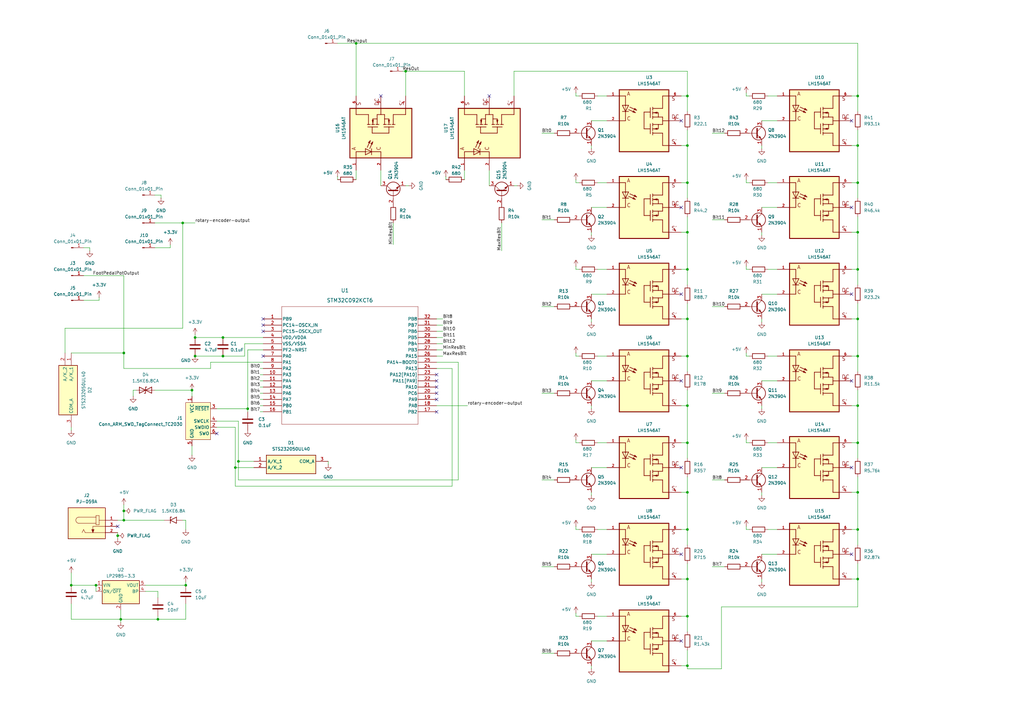
<source format=kicad_sch>
(kicad_sch (version 20250114) (generator "eeschema") (generator_version "9.0")
  (paper "A3")
  (junction (at 64.77 254))
  (junction (at 91.44 146.05))
  (junction (at 78.74 160.02))
  (junction (at 281.94 146.05))
  (junction (at 351.79 237.49))
  (junction (at 281.94 217.17))
  (junction (at 49.53 254))
  (junction (at 281.94 39.37))
  (junction (at 281.94 181.61))
  (junction (at 351.79 95.25))
  (junction (at 146.05 17.78))
  (junction (at 351.79 74.93))
  (junction (at 281.94 95.25))
  (junction (at 48.26 219.71))
  (junction (at 281.94 273.05))
  (junction (at 351.79 201.93))
  (junction (at 351.79 181.61))
  (junction (at 281.94 237.49))
  (junction (at 281.94 166.37))
  (junction (at 50.8 213.36))
  (junction (at 80.01 138.43))
  (junction (at 351.79 130.81))
  (junction (at 101.6 167.64))
  (junction (at 351.79 217.17))
  (junction (at 97.79 189.23))
  (junction (at 351.79 39.37))
  (junction (at 96.52 191.77))
  (junction (at 166.37 29.21))
  (junction (at 76.2 240.03))
  (junction (at 351.79 110.49))
  (junction (at 351.79 146.05))
  (junction (at 281.94 110.49))
  (junction (at 351.79 59.69))
  (junction (at 281.94 252.73))
  (junction (at 281.94 130.81))
  (junction (at 50.8 209.55))
  (junction (at 29.21 240.03))
  (junction (at 281.94 74.93))
  (junction (at 91.44 138.43))
  (junction (at 80.01 146.05))
  (junction (at 351.79 166.37))
  (junction (at 39.37 240.03))
  (junction (at 281.94 59.69))
  (junction (at 281.94 201.93))
  (junction (at 50.8 144.78))
  (junction (at 74.93 91.44))
  (no_connect (at 349.25 156.21))
  (no_connect (at 349.25 85.09))
  (no_connect (at 179.07 153.67))
  (no_connect (at 279.4 156.21))
  (no_connect (at 179.07 161.29))
  (no_connect (at 179.07 158.75))
  (no_connect (at 279.4 85.09))
  (no_connect (at 179.07 156.21))
  (no_connect (at 156.21 39.37))
  (no_connect (at 107.95 130.81))
  (no_connect (at 279.4 227.33))
  (no_connect (at 48.26 215.9))
  (no_connect (at 179.07 163.83))
  (no_connect (at 107.95 135.89))
  (no_connect (at 200.66 39.37))
  (no_connect (at 279.4 49.53))
  (no_connect (at 349.25 120.65))
  (no_connect (at 349.25 227.33))
  (no_connect (at 107.95 146.05))
  (no_connect (at 179.07 168.91))
  (no_connect (at 349.25 49.53))
  (no_connect (at 279.4 262.89))
  (no_connect (at 279.4 191.77))
  (no_connect (at 88.9 177.8))
  (no_connect (at 279.4 120.65))
  (no_connect (at 107.95 133.35))
  (no_connect (at 349.25 191.77))
  (wire (pts (xy 279.4 39.37) (xy 281.94 39.37)))
  (wire (pts (xy 55.88 160.02) (xy 54.61 160.02)))
  (wire (pts (xy 106.68 153.67) (xy 107.95 153.67)))
  (wire (pts (xy 80.01 146.05) (xy 91.44 146.05)))
  (wire (pts (xy 227.33 196.85) (xy 222.25 196.85)))
  (wire (pts (xy 242.57 132.08) (xy 242.57 130.81)))
  (wire (pts (xy 351.79 166.37) (xy 351.79 160.02)))
  (wire (pts (xy 76.2 247.65) (xy 76.2 254)))
  (wire (pts (xy 88.9 175.26) (xy 96.52 175.26)))
  (wire (pts (xy 318.77 49.53) (xy 312.42 49.53)))
  (wire (pts (xy 279.4 166.37) (xy 281.94 166.37)))
  (wire (pts (xy 227.33 125.73) (xy 222.25 125.73)))
  (wire (pts (xy 29.21 247.65) (xy 29.21 254)))
  (wire (pts (xy 295.91 248.92) (xy 295.91 274.32)))
  (wire (pts (xy 26.67 134.62) (xy 74.93 134.62)))
  (wire (pts (xy 59.69 242.57) (xy 64.77 242.57)))
  (wire (pts (xy 29.21 254) (xy 49.53 254)))
  (wire (pts (xy 97.79 172.72) (xy 97.79 189.23)))
  (wire (pts (xy 281.94 130.81) (xy 281.94 146.05)))
  (wire (pts (xy 236.22 39.37) (xy 237.49 39.37)))
  (wire (pts (xy 227.33 161.29) (xy 222.25 161.29)))
  (wire (pts (xy 69.85 101.6) (xy 63.5 101.6)))
  (wire (pts (xy 78.74 160.02) (xy 78.74 162.56)))
  (wire (pts (xy 187.96 196.85) (xy 97.79 196.85)))
  (wire (pts (xy 281.94 130.81) (xy 281.94 124.46)))
  (wire (pts (xy 279.4 201.93) (xy 281.94 201.93)))
  (wire (pts (xy 351.79 95.25) (xy 351.79 88.9)))
  (wire (pts (xy 190.5 73.66) (xy 190.5 69.85)))
  (wire (pts (xy 318.77 120.65) (xy 312.42 120.65)))
  (wire (pts (xy 106.68 158.75) (xy 107.95 158.75)))
  (wire (pts (xy 279.4 181.61) (xy 281.94 181.61)))
  (wire (pts (xy 187.96 148.59) (xy 187.96 196.85)))
  (wire (pts (xy 96.52 175.26) (xy 96.52 191.77)))
  (wire (pts (xy 138.43 17.78) (xy 146.05 17.78)))
  (wire (pts (xy 245.11 39.37) (xy 248.92 39.37)))
  (wire (pts (xy 279.4 130.81) (xy 281.94 130.81)))
  (wire (pts (xy 50.8 209.55) (xy 50.8 207.01)))
  (wire (pts (xy 236.22 146.05) (xy 237.49 146.05)))
  (wire (pts (xy 297.18 232.41) (xy 292.1 232.41)))
  (wire (pts (xy 167.64 76.2) (xy 166.37 76.2)))
  (wire (pts (xy 106.68 168.91) (xy 107.95 168.91)))
  (wire (pts (xy 351.79 130.81) (xy 351.79 124.46)))
  (wire (pts (xy 88.9 167.64) (xy 101.6 167.64)))
  (wire (pts (xy 179.07 138.43) (xy 181.61 138.43)))
  (wire (pts (xy 281.94 39.37) (xy 281.94 45.72)))
  (wire (pts (xy 351.79 17.78) (xy 351.79 39.37)))
  (wire (pts (xy 245.11 181.61) (xy 248.92 181.61)))
  (wire (pts (xy 39.37 240.03) (xy 39.37 242.57)))
  (wire (pts (xy 86.36 148.59) (xy 107.95 148.59)))
  (wire (pts (xy 248.92 227.33) (xy 242.57 227.33)))
  (wire (pts (xy 281.94 146.05) (xy 281.94 152.4)))
  (wire (pts (xy 236.22 251.46) (xy 236.22 252.73)))
  (wire (pts (xy 279.4 95.25) (xy 281.94 95.25)))
  (wire (pts (xy 36.83 101.6) (xy 36.83 102.87)))
  (wire (pts (xy 185.42 199.39) (xy 96.52 199.39)))
  (wire (pts (xy 349.25 146.05) (xy 351.79 146.05)))
  (wire (pts (xy 318.77 156.21) (xy 312.42 156.21)))
  (wire (pts (xy 281.94 29.21) (xy 281.94 39.37)))
  (wire (pts (xy 236.22 252.73) (xy 237.49 252.73)))
  (wire (pts (xy 227.33 90.17) (xy 222.25 90.17)))
  (wire (pts (xy 349.25 39.37) (xy 351.79 39.37)))
  (wire (pts (xy 349.25 181.61) (xy 351.79 181.61)))
  (wire (pts (xy 236.22 109.22) (xy 236.22 110.49)))
  (wire (pts (xy 281.94 166.37) (xy 281.94 160.02)))
  (wire (pts (xy 351.79 166.37) (xy 351.79 181.61)))
  (wire (pts (xy 318.77 191.77) (xy 312.42 191.77)))
  (wire (pts (xy 179.07 143.51) (xy 181.61 143.51)))
  (wire (pts (xy 349.25 95.25) (xy 351.79 95.25)))
  (wire (pts (xy 49.53 250.19) (xy 49.53 254)))
  (wire (pts (xy 48.26 213.36) (xy 50.8 213.36)))
  (wire (pts (xy 248.92 191.77) (xy 242.57 191.77)))
  (wire (pts (xy 306.07 217.17) (xy 307.34 217.17)))
  (wire (pts (xy 245.11 217.17) (xy 248.92 217.17)))
  (wire (pts (xy 29.21 144.78) (xy 50.8 144.78)))
  (wire (pts (xy 59.69 240.03) (xy 76.2 240.03)))
  (wire (pts (xy 101.6 143.51) (xy 101.6 167.64)))
  (wire (pts (xy 78.74 182.88) (xy 78.74 186.69)))
  (wire (pts (xy 312.42 238.76) (xy 312.42 237.49)))
  (wire (pts (xy 312.42 167.64) (xy 312.42 166.37)))
  (wire (pts (xy 279.4 217.17) (xy 281.94 217.17)))
  (wire (pts (xy 281.94 59.69) (xy 281.94 74.93)))
  (wire (pts (xy 314.96 146.05) (xy 318.77 146.05)))
  (wire (pts (xy 106.68 156.21) (xy 107.95 156.21)))
  (wire (pts (xy 312.42 132.08) (xy 312.42 130.81)))
  (wire (pts (xy 295.91 248.92) (xy 351.79 248.92)))
  (wire (pts (xy 242.57 60.96) (xy 242.57 59.69)))
  (wire (pts (xy 279.4 59.69) (xy 281.94 59.69)))
  (wire (pts (xy 279.4 252.73) (xy 281.94 252.73)))
  (wire (pts (xy 146.05 17.78) (xy 146.05 39.37)))
  (wire (pts (xy 351.79 59.69) (xy 351.79 74.93)))
  (wire (pts (xy 349.25 110.49) (xy 351.79 110.49)))
  (wire (pts (xy 349.25 237.49) (xy 351.79 237.49)))
  (wire (pts (xy 104.14 191.77) (xy 96.52 191.77)))
  (wire (pts (xy 318.77 227.33) (xy 312.42 227.33)))
  (wire (pts (xy 200.66 69.85) (xy 200.66 76.2)))
  (wire (pts (xy 279.4 146.05) (xy 281.94 146.05)))
  (wire (pts (xy 50.8 144.78) (xy 50.8 113.03)))
  (wire (pts (xy 179.07 151.13) (xy 185.42 151.13)))
  (wire (pts (xy 100.33 140.97) (xy 100.33 146.05)))
  (wire (pts (xy 161.29 91.44) (xy 161.29 100.33)))
  (wire (pts (xy 351.79 95.25) (xy 351.79 110.49)))
  (wire (pts (xy 97.79 172.72) (xy 88.9 172.72)))
  (wire (pts (xy 248.92 262.89) (xy 242.57 262.89)))
  (wire (pts (xy 49.53 254) (xy 64.77 254)))
  (wire (pts (xy 86.36 151.13) (xy 50.8 151.13)))
  (wire (pts (xy 281.94 252.73) (xy 281.94 259.08)))
  (wire (pts (xy 281.94 237.49) (xy 281.94 252.73)))
  (wire (pts (xy 279.4 273.05) (xy 281.94 273.05)))
  (wire (pts (xy 245.11 252.73) (xy 248.92 252.73)))
  (wire (pts (xy 351.79 146.05) (xy 351.79 152.4)))
  (wire (pts (xy 306.07 180.34) (xy 306.07 181.61)))
  (wire (pts (xy 314.96 74.93) (xy 318.77 74.93)))
  (wire (pts (xy 351.79 110.49) (xy 351.79 116.84)))
  (wire (pts (xy 34.29 101.6) (xy 36.83 101.6)))
  (wire (pts (xy 281.94 181.61) (xy 281.94 187.96)))
  (wire (pts (xy 227.33 267.97) (xy 222.25 267.97)))
  (wire (pts (xy 297.18 54.61) (xy 292.1 54.61)))
  (wire (pts (xy 76.2 213.36) (xy 76.2 217.17)))
  (wire (pts (xy 74.93 91.44) (xy 63.5 91.44)))
  (wire (pts (xy 80.01 138.43) (xy 91.44 138.43)))
  (wire (pts (xy 281.94 110.49) (xy 281.94 116.84)))
  (wire (pts (xy 245.11 146.05) (xy 248.92 146.05)))
  (wire (pts (xy 349.25 166.37) (xy 351.79 166.37)))
  (wire (pts (xy 349.25 130.81) (xy 351.79 130.81)))
  (wire (pts (xy 248.92 49.53) (xy 242.57 49.53)))
  (wire (pts (xy 40.64 121.92) (xy 40.64 123.19)))
  (wire (pts (xy 281.94 273.05) (xy 281.94 266.7)))
  (wire (pts (xy 306.07 39.37) (xy 307.34 39.37)))
  (wire (pts (xy 351.79 237.49) (xy 351.79 231.14)))
  (wire (pts (xy 50.8 113.03) (xy 34.29 113.03)))
  (wire (pts (xy 351.79 248.92) (xy 351.79 237.49)))
  (wire (pts (xy 191.77 166.37) (xy 179.07 166.37)))
  (wire (pts (xy 50.8 213.36) (xy 50.8 209.55)))
  (wire (pts (xy 318.77 85.09) (xy 312.42 85.09)))
  (wire (pts (xy 91.44 138.43) (xy 107.95 138.43)))
  (wire (pts (xy 236.22 217.17) (xy 237.49 217.17)))
  (wire (pts (xy 50.8 151.13) (xy 50.8 144.78)))
  (wire (pts (xy 248.92 85.09) (xy 242.57 85.09)))
  (wire (pts (xy 236.22 144.78) (xy 236.22 146.05)))
  (wire (pts (xy 166.37 29.21) (xy 166.37 39.37)))
  (wire (pts (xy 236.22 215.9) (xy 236.22 217.17)))
  (wire (pts (xy 242.57 167.64) (xy 242.57 166.37)))
  (wire (pts (xy 97.79 189.23) (xy 104.14 189.23)))
  (wire (pts (xy 107.95 143.51) (xy 101.6 143.51)))
  (wire (pts (xy 74.93 134.62) (xy 74.93 91.44)))
  (wire (pts (xy 314.96 110.49) (xy 318.77 110.49)))
  (wire (pts (xy 236.22 38.1) (xy 236.22 39.37)))
  (wire (pts (xy 314.96 181.61) (xy 318.77 181.61)))
  (wire (pts (xy 349.25 59.69) (xy 351.79 59.69)))
  (wire (pts (xy 179.07 133.35) (xy 181.61 133.35)))
  (wire (pts (xy 351.79 130.81) (xy 351.79 146.05)))
  (wire (pts (xy 314.96 217.17) (xy 318.77 217.17)))
  (wire (pts (xy 146.05 17.78) (xy 351.79 17.78)))
  (wire (pts (xy 306.07 74.93) (xy 307.34 74.93)))
  (wire (pts (xy 306.07 38.1) (xy 306.07 39.37)))
  (wire (pts (xy 179.07 148.59) (xy 187.96 148.59)))
  (wire (pts (xy 29.21 175.26) (xy 29.21 176.53)))
  (wire (pts (xy 248.92 120.65) (xy 242.57 120.65)))
  (wire (pts (xy 185.42 151.13) (xy 185.42 199.39)))
  (wire (pts (xy 349.25 217.17) (xy 351.79 217.17)))
  (wire (pts (xy 26.67 144.78) (xy 26.67 134.62)))
  (wire (pts (xy 281.94 95.25) (xy 281.94 110.49)))
  (wire (pts (xy 181.61 146.05) (xy 179.07 146.05)))
  (wire (pts (xy 48.26 218.44) (xy 48.26 219.71)))
  (wire (pts (xy 101.6 167.64) (xy 101.6 168.91)))
  (wire (pts (xy 97.79 189.23) (xy 97.79 196.85)))
  (wire (pts (xy 242.57 274.32) (xy 242.57 273.05)))
  (wire (pts (xy 306.07 144.78) (xy 306.07 146.05)))
  (wire (pts (xy 50.8 213.36) (xy 67.31 213.36)))
  (wire (pts (xy 312.42 60.96) (xy 312.42 59.69)))
  (wire (pts (xy 279.4 237.49) (xy 281.94 237.49)))
  (wire (pts (xy 297.18 125.73) (xy 292.1 125.73)))
  (wire (pts (xy 64.77 254) (xy 64.77 252.73)))
  (wire (pts (xy 297.18 196.85) (xy 292.1 196.85)))
  (wire (pts (xy 40.64 123.19) (xy 34.29 123.19)))
  (wire (pts (xy 179.07 140.97) (xy 181.61 140.97)))
  (wire (pts (xy 279.4 110.49) (xy 281.94 110.49)))
  (wire (pts (xy 190.5 39.37) (xy 190.5 29.21)))
  (wire (pts (xy 281.94 201.93) (xy 281.94 217.17)))
  (wire (pts (xy 281.94 166.37) (xy 281.94 181.61)))
  (wire (pts (xy 49.53 255.27) (xy 49.53 254)))
  (wire (pts (xy 281.94 217.17) (xy 281.94 223.52)))
  (wire (pts (xy 351.79 181.61) (xy 351.79 187.96)))
  (wire (pts (xy 281.94 74.93) (xy 281.94 81.28)))
  (wire (pts (xy 210.82 29.21) (xy 281.94 29.21)))
  (wire (pts (xy 227.33 232.41) (xy 222.25 232.41)))
  (wire (pts (xy 351.79 39.37) (xy 351.79 45.72)))
  (wire (pts (xy 106.68 161.29) (xy 107.95 161.29)))
  (wire (pts (xy 242.57 238.76) (xy 242.57 237.49)))
  (wire (pts (xy 312.42 96.52) (xy 312.42 95.25)))
  (wire (pts (xy 281.94 274.32) (xy 281.94 273.05)))
  (wire (pts (xy 351.79 74.93) (xy 351.79 81.28)))
  (wire (pts (xy 182.88 72.39) (xy 182.88 73.66)))
  (wire (pts (xy 245.11 110.49) (xy 248.92 110.49)))
  (wire (pts (xy 297.18 90.17) (xy 292.1 90.17)))
  (wire (pts (xy 314.96 39.37) (xy 318.77 39.37)))
  (wire (pts (xy 80.01 137.16) (xy 80.01 138.43)))
  (wire (pts (xy 146.05 73.66) (xy 146.05 69.85)))
  (wire (pts (xy 76.2 238.76) (xy 76.2 240.03)))
  (wire (pts (xy 86.36 148.59) (xy 86.36 151.13)))
  (wire (pts (xy 210.82 39.37) (xy 210.82 29.21)))
  (wire (pts (xy 242.57 203.2) (xy 242.57 201.93)))
  (wire (pts (xy 66.04 80.01) (xy 66.04 81.28)))
  (wire (pts (xy 48.26 219.71) (xy 48.26 220.98)))
  (wire (pts (xy 80.01 91.44) (xy 74.93 91.44)))
  (wire (pts (xy 306.07 110.49) (xy 307.34 110.49)))
  (wire (pts (xy 212.09 76.2) (xy 210.82 76.2)))
  (wire (pts (xy 106.68 163.83) (xy 107.95 163.83)))
  (wire (pts (xy 29.21 234.95) (xy 29.21 240.03)))
  (wire (pts (xy 100.33 146.05) (xy 91.44 146.05)))
  (wire (pts (xy 179.07 135.89) (xy 181.61 135.89)))
  (wire (pts (xy 279.4 74.93) (xy 281.94 74.93)))
  (wire (pts (xy 242.57 96.52) (xy 242.57 95.25)))
  (wire (pts (xy 351.79 217.17) (xy 351.79 223.52)))
  (wire (pts (xy 64.77 242.57) (xy 64.77 245.11)))
  (wire (pts (xy 349.25 201.93) (xy 351.79 201.93)))
  (wire (pts (xy 236.22 73.66) (xy 236.22 74.93)))
  (wire (pts (xy 236.22 180.34) (xy 236.22 181.61)))
  (wire (pts (xy 295.91 274.32) (xy 281.94 274.32)))
  (wire (pts (xy 351.79 201.93) (xy 351.79 217.17)))
  (wire (pts (xy 281.94 201.93) (xy 281.94 195.58)))
  (wire (pts (xy 306.07 181.61) (xy 307.34 181.61)))
  (wire (pts (xy 306.07 109.22) (xy 306.07 110.49)))
  (wire (pts (xy 54.61 160.02) (xy 54.61 162.56)))
  (wire (pts (xy 74.93 213.36) (xy 76.2 213.36)))
  (wire (pts (xy 236.22 181.61) (xy 237.49 181.61)))
  (wire (pts (xy 63.5 160.02) (xy 78.74 160.02)))
  (wire (pts (xy 29.21 240.03) (xy 39.37 240.03)))
  (wire (pts (xy 312.42 203.2) (xy 312.42 201.93)))
  (wire (pts (xy 349.25 74.93) (xy 351.79 74.93)))
  (wire (pts (xy 306.07 215.9) (xy 306.07 217.17)))
  (wire (pts (xy 245.11 74.93) (xy 248.92 74.93)))
  (wire (pts (xy 227.33 54.61) (xy 222.25 54.61)))
  (wire (pts (xy 190.5 29.21) (xy 166.37 29.21)))
  (wire (pts (xy 351.79 59.69) (xy 351.79 53.34)))
  (wire (pts (xy 306.07 73.66) (xy 306.07 74.93)))
  (wire (pts (xy 76.2 254) (xy 64.77 254)))
  (wire (pts (xy 165.1 29.21) (xy 166.37 29.21)))
  (wire (pts (xy 156.21 69.85) (xy 156.21 76.2)))
  (wire (pts (xy 351.79 201.93) (xy 351.79 195.58)))
  (wire (pts (xy 205.74 91.44) (xy 205.74 102.87)))
  (wire (pts (xy 134.62 189.23) (xy 134.62 190.5)))
  (wire (pts (xy 248.92 156.21) (xy 242.57 156.21)))
  (wire (pts (xy 63.5 80.01) (xy 66.04 80.01)))
  (wire (pts (xy 281.94 95.25) (xy 281.94 88.9)))
  (wire (pts (xy 96.52 191.77) (xy 96.52 199.39)))
  (wire (pts (xy 306.07 146.05) (xy 307.34 146.05)))
  (wire (pts (xy 106.68 151.13) (xy 107.95 151.13)))
  (wire (pts (xy 281.94 237.49) (xy 281.94 231.14)))
  (wire (pts (xy 281.94 59.69) (xy 281.94 53.34)))
  (wire (pts (xy 138.43 72.39) (xy 138.43 73.66)))
  (wire (pts (xy 106.68 166.37) (xy 107.95 166.37)))
  (wire (pts (xy 297.18 161.29) (xy 292.1 161.29)))
  (wire (pts (xy 179.07 130.81) (xy 181.61 130.81)))
  (wire (pts (xy 236.22 74.93) (xy 237.49 74.93)))
  (wire (pts (xy 69.85 100.33) (xy 69.85 101.6)))
  (wire (pts (xy 107.95 140.97) (xy 100.33 140.97)))
  (wire (pts (xy 236.22 110.49) (xy 237.49 110.49)))
  (label "FootPedalPotOutput" (at 38.1 113.03 0))
  (label "ResOut" (at 165.1 29.21 0))
  (label "ResInput" (at 142.24 17.78 0))
  (label "Bit3" (at 106.68 158.75 180))
  (label "Bit0" (at 222.25 54.61 0))
  (label "Bit8" (at 292.1 196.85 0))
  (label "Bit12" (at 292.1 54.61 0))
  (label "Bit2" (at 106.68 156.21 180))
  (label "Bit2" (at 222.25 125.73 0))
  (label "Bit11" (at 292.1 90.17 0))
  (label "Bit9" (at 292.1 161.29 0))
  (label "MaxResBit" (at 205.74 102.87 90))
  (label "MinResBit" (at 161.29 100.33 90))
  (label "Bit5" (at 106.68 163.83 180))
  (label "rotary-encoder-output" (at 80.01 91.44 0))
  (label "Bit4" (at 106.68 161.29 180))
  (label "Bit6" (at 222.25 267.97 0))
  (label "Bit4" (at 222.25 196.85 0))
  (label "rotary-encoder-output" (at 191.77 166.37 0))
  (label "Bit3" (at 222.25 161.29 0))
  (label "MaxResBit" (at 181.61 146.05 0))
  (label "MinResBit" (at 181.61 143.51 0))
  (label "Bit1" (at 106.68 153.67 180))
  (label "Bit7" (at 292.1 232.41 0))
  (label "Bit12" (at 181.61 140.97 0))
  (label "Bit7" (at 106.68 168.91 180))
  (label "Bit5" (at 222.25 232.41 0))
  (label "Bit9" (at 181.61 133.35 0))
  (label "Bit0" (at 106.68 151.13 180))
  (label "Bit11" (at 181.61 138.43 0))
  (label "Bit1" (at 222.25 90.17 0))
  (label "Bit6" (at 106.68 166.37 180))
  (label "Bit8" (at 181.61 130.81 0))
  (label "Bit10" (at 292.1 125.73 0))
  (label "Bit10" (at 181.61 135.89 0))
  (symbol (lib_id "regulator-PCB:R680") (at 311.15 74.93 90) (unit 1)
    (property "Reference" "R30" (at 312.674 80.01 90) (effects (justify left)))
    (property "Value" "680" (at 312.674 77.47 90) (effects (justify left)))
    (property "Footprint" "Resistor_THT:R_Axial_DIN0207_L6.3mm_D2.5mm_P10.16mm_Horizontal" (effects (hide yes)))
    (property "Description" "Resistor" (effects (hide yes)))
    (property "MFG #" "LR1F680R" (effects (hide yes)))
    (property "MGF" "TE Connectivity Passive Product" (effects (hide yes)))
  )
  (symbol (lib_id "regulator-PCB:C320C104K5R5TA") (at 101.6 172.72 0) (unit 1)
    (property "Reference" "C3" (at 105.918 171.958 0) (effects (justify left)))
    (property "Value" "0.1uF" (at 105.918 174.498 0) (effects (justify left)))
    (property "Footprint" "project:CAP_C320_KEM" (effects (hide yes)))
    (property "Description" "0.1 µF ±10% 50V Ceramic Capacitor X7R Radial" (effects (hide yes)))
    (property "Part #" "C320C104K5R5TA" (effects (hide yes)))
    (property "MFG" "Kemet" (effects (hide yes)))
  )
  (symbol (lib_id "power:+5V") (at 236.22 109.22 0) (unit 1)
    (property "Reference" "#PWR021" (effects (hide yes)))
    (property "Value" "+5V" (effects (hide yes)))
    (property "Description" "Power symbol creates a global label with name \"+5V\"" (effects (hide yes)))
  )
  (symbol (lib_id "power:GND") (at 242.57 132.08 0) (unit 1)
    (property "Reference" "#PWR023" (effects (hide yes)))
    (property "Value" "GND" (at 242.57 137.16 0))
    (property "Description" "Power symbol creates a global label with name \"GND\" , ground" (effects (hide yes)))
  )
  (symbol (lib_id "regulator-PCB:R2.87k") (at 351.79 227.33 0) (unit 1)
    (property "Reference" "R36" (at 354.33 226.0599 0) (effects (justify left)))
    (property "Value" "R2.87k" (at 354.33 228.5999 0) (effects (justify left)))
    (property "Footprint" "Resistor_THT:R_Axial_DIN0207_L6.3mm_D2.5mm_P10.16mm_Horizontal" (effects (hide yes)))
    (property "Description" "2.87 kOhms ±1% 0.25W, 1/4W Through Hole Resistor Axial Metal Film" (effects (hide yes)))
    (property "MFG #" "MFR-25FBF52-2K87" (effects (hide yes)))
    (property "MGF" "YAGEO" (effects (hide yes)))
  )
  (symbol (lib_id "power:GND") (at 212.09 76.2 90) (unit 1)
    (property "Reference" "#PWR046" (effects (hide yes)))
    (property "Value" "GND" (at 217.17 76.2 0))
    (property "Description" "Power symbol creates a global label with name \"GND\" , ground" (effects (hide yes)))
  )
  (symbol (lib_id "regulator-PCB:LH1546AT") (at 334.01 120.65 0) (unit 1) (in_bom no)
    (property "Reference" "U12" (at 336.0822 102.87 0))
    (property "Value" "LH1546AT" (at 336.0822 105.41 0))
    (property "Footprint" "project:DIP762W50P254L730H410Q6" (effects (hide yes)))
    (property "Description" "Solid State Photo-Coupled Relay (Photorelay) SPST-NO (1 Form A) 6-DIP (0.300\", 7.62mm)" (effects (hide yes)))
    (property "MANUFACTURER" "Vishay" (effects (hide yes)))
  )
  (symbol (lib_id "regulator-PCB:R10k") (at 300.99 161.29 270) (unit 1)
    (property "Reference" "R26" (at 300.99 154.94 90))
    (property "Value" "R10k" (at 300.99 157.48 90))
    (property "Footprint" "Resistor_THT:R_Axial_DIN0207_L6.3mm_D2.5mm_P10.16mm_Horizontal" (effects (hide yes)))
    (property "Description" "10 kOhms ±1% 0.25W, 1/4W Through Hole Resistor Axial Metal Film" (effects (hide yes)))
    (property "MFG #" "MFR-25FRF52-10K" (effects (hide yes)))
    (property "MGF" "YAGEO" (effects (hide yes)))
  )
  (symbol (lib_id "regulator-PCB:LH1546AT") (at 264.16 262.89 0) (unit 1) (in_bom no)
    (property "Reference" "U9" (at 266.2322 245.11 0))
    (property "Value" "LH1546AT" (at 266.2322 247.65 0))
    (property "Footprint" "project:DIP762W50P254L730H410Q6" (effects (hide yes)))
    (property "Description" "Solid State Photo-Coupled Relay (Photorelay) SPST-NO (1 Form A) 6-DIP (0.300\", 7.62mm)" (effects (hide yes)))
    (property "MANUFACTURER" "Vishay" (effects (hide yes)))
  )
  (symbol (lib_id "regulator-PCB:R680") (at 241.3 252.73 90) (unit 1)
    (property "Reference" "R19" (at 242.824 257.81 90) (effects (justify left)))
    (property "Value" "680" (at 242.824 255.27 90) (effects (justify left)))
    (property "Footprint" "Resistor_THT:R_Axial_DIN0207_L6.3mm_D2.5mm_P10.16mm_Horizontal" (effects (hide yes)))
    (property "Description" "Resistor" (effects (hide yes)))
    (property "MFG #" "LR1F680R" (effects (hide yes)))
    (property "MGF" "TE Connectivity Passive Product" (effects (hide yes)))
  )
  (symbol (lib_id "regulator-PCB:R680") (at 311.15 217.17 90) (unit 1)
    (property "Reference" "R34" (at 312.674 222.25 90) (effects (justify left)))
    (property "Value" "680" (at 312.674 219.71 90) (effects (justify left)))
    (property "Footprint" "Resistor_THT:R_Axial_DIN0207_L6.3mm_D2.5mm_P10.16mm_Horizontal" (effects (hide yes)))
    (property "Description" "Resistor" (effects (hide yes)))
    (property "MFG #" "LR1F680R" (effects (hide yes)))
    (property "MGF" "TE Connectivity Passive Product" (effects (hide yes)))
  )
  (symbol (lib_id "power:PWR_FLAG") (at 50.8 209.55 270) (unit 1)
    (property "Reference" "#FLG01" (effects (hide yes)))
    (property "Value" "PWR_FLAG" (at 54.61 209.5499 90) (effects (justify left)))
    (property "Description" "Special symbol for telling ERC where power comes from" (effects (hide yes)))
  )
  (symbol (lib_id "regulator-PCB:R10k") (at 161.29 87.63 180) (unit 1)
    (property "Reference" "R2" (at 163.83 86.3599 0) (effects (justify right)))
    (property "Value" "R10k" (at 163.83 88.8999 0) (effects (justify right)))
    (property "Footprint" "Resistor_THT:R_Axial_DIN0207_L6.3mm_D2.5mm_P10.16mm_Horizontal" (effects (hide yes)))
    (property "Description" "10 kOhms ±1% 0.25W, 1/4W Through Hole Resistor Axial Metal Film" (effects (hide yes)))
    (property "MFG #" "MFR-25FRF52-10K" (effects (hide yes)))
    (property "MGF" "YAGEO" (effects (hide yes)))
  )
  (symbol (lib_id "Transistor_BJT:2N3904") (at 161.29 78.74 90) (unit 1)
    (property "Reference" "Q14" (at 160.0199 73.66 0) (effects (justify left)))
    (property "Value" "2N3904" (at 162.5599 73.66 0) (effects (justify left)))
    (property "Footprint" "Package_TO_SOT_THT:TO-92_Inline" (effects (hide yes)))
    (property "Datasheet" "https://www.onsemi.com/pub/Collateral/2N3903-D.PDF" (effects (hide yes)))
    (property "Description" "0.2A Ic, 40V Vce, Small Signal NPN Transistor, TO-92" (effects (hide yes)))
    (property "Sim.Device" "NPN" (effects (hide yes)))
    (property "Sim.Pins" "1=E 2=B 3=C" (effects (hide yes)))
  )
  (symbol (lib_id "regulator-PCB:R88.7") (at 281.94 120.65 0) (unit 1)
    (property "Reference" "R11" (at 284.48 119.3799 0) (effects (justify left)))
    (property "Value" "R88.7" (at 284.48 121.9199 0) (effects (justify left)))
    (property "Footprint" "Resistor_THT:R_Axial_DIN0207_L6.3mm_D2.5mm_P10.16mm_Horizontal" (effects (hide yes)))
    (property "Description" "88.7 Ohms ±1% 0.25W, 1/4W Through Hole Resistor Axial Metal Film" (effects (hide yes)))
    (property "MFG #" "MFR-25FBF52-88R7" (effects (hide yes)))
    (property "MGF" "YAGEO" (effects (hide yes)))
  )
  (symbol (lib_id "power:GND") (at 312.42 203.2 0) (unit 1)
    (property "Reference" "#PWR042" (effects (hide yes)))
    (property "Value" "GND" (at 312.42 208.28 0))
    (property "Description" "Power symbol creates a global label with name \"GND\" , ground" (effects (hide yes)))
  )
  (symbol (lib_id "power:+5V") (at 236.22 73.66 0) (unit 1)
    (property "Reference" "#PWR019" (effects (hide yes)))
    (property "Value" "+5V" (effects (hide yes)))
    (property "Description" "Power symbol creates a global label with name \"+5V\"" (effects (hide yes)))
  )
  (symbol (lib_id "regulator-PCB:FG20X7R1H106KRT06") (at 76.2 243.84 0) (unit 1)
    (property "Reference" "C5" (at 80.01 242.5699 0) (effects (justify left)))
    (property "Value" "10uF" (at 80.01 245.1099 0) (effects (justify left)))
    (property "Footprint" "Capacitor_THT:CP_Radial_Tantal_D5.5mm_P5.00mm" (effects (hide yes)))
    (property "Description" "10 µF ±10% 50V Ceramic Capacitor X7R Radial" (effects (hide yes)))
    (property "Part #" "FG20X7R1H106KRT06" (effects (hide yes)))
    (property "MFG" "TDK Corporation" (effects (hide yes)))
  )
  (symbol (lib_id "regulator-PCB:LH1546AT") (at 264.16 227.33 0) (unit 1) (in_bom no)
    (property "Reference" "U8" (at 266.2322 209.55 0))
    (property "Value" "LH1546AT" (at 266.2322 212.09 0))
    (property "Footprint" "project:DIP762W50P254L730H410Q6" (effects (hide yes)))
    (property "Description" "Solid State Photo-Coupled Relay (Photorelay) SPST-NO (1 Form A) 6-DIP (0.300\", 7.62mm)" (effects (hide yes)))
    (property "MANUFACTURER" "Vishay" (effects (hide yes)))
  )
  (symbol (lib_id "power:+5V") (at 50.8 207.01 0) (unit 1)
    (property "Reference" "#PWR05" (effects (hide yes)))
    (property "Value" "+5V" (at 50.8 201.93 0))
    (property "Description" "Power symbol creates a global label with name \"+5V\"" (effects (hide yes)))
  )
  (symbol (lib_id "regulator-PCB:1.5KE6.8CA") (at 59.69 160.02 0) (unit 1)
    (property "Reference" "D4" (at 59.69 153.67 0))
    (property "Value" "1.5KE6.8CA" (at 59.69 156.21 0))
    (property "Footprint" "Diode_THT:D_DO-201AE_P15.24mm_Horizontal" (effects (hide yes)))
    (property "Datasheet" "https://www.vishay.com/docs/88301/15ke.pdf" (effects (hide yes)))
    (property "Description" "1500W bidirectional TVS diode, DO-201AE" (effects (hide yes)))
    (property "MFG" "Littelfuse" (effects (hide yes)))
  )
  (symbol (lib_id "power:GND") (at 242.57 238.76 0) (unit 1)
    (property "Reference" "#PWR030" (effects (hide yes)))
    (property "Value" "GND" (at 242.57 243.84 0))
    (property "Description" "Power symbol creates a global label with name \"GND\" , ground" (effects (hide yes)))
  )
  (symbol (lib_id "Transistor_BJT:2N3904") (at 309.88 161.29 0) (unit 1)
    (property "Reference" "Q11" (at 314.96 160.0199 0) (effects (justify left)))
    (property "Value" "2N3904" (at 314.96 162.5599 0) (effects (justify left)))
    (property "Footprint" "Package_TO_SOT_THT:TO-92_Inline" (effects (hide yes)))
    (property "Datasheet" "https://www.onsemi.com/pub/Collateral/2N3903-D.PDF" (effects (hide yes)))
    (property "Description" "0.2A Ic, 40V Vce, Small Signal NPN Transistor, TO-92" (effects (hide yes)))
    (property "Sim.Device" "NPN" (effects (hide yes)))
    (property "Sim.Pins" "1=E 2=B 3=C" (effects (hide yes)))
  )
  (symbol (lib_id "regulator-PCB:R680") (at 241.3 181.61 90) (unit 1)
    (property "Reference" "R17" (at 242.824 186.69 90) (effects (justify left)))
    (property "Value" "680" (at 242.824 184.15 90) (effects (justify left)))
    (property "Footprint" "Resistor_THT:R_Axial_DIN0207_L6.3mm_D2.5mm_P10.16mm_Horizontal" (effects (hide yes)))
    (property "Description" "Resistor" (effects (hide yes)))
    (property "MFG #" "LR1F680R" (effects (hide yes)))
    (property "MGF" "TE Connectivity Passive Product" (effects (hide yes)))
  )
  (symbol (lib_id "Connector:Conn_01x01_Pin") (at 58.42 101.6 0) (unit 1)
    (property "Reference" "J10" (at 59.055 96.52 0))
    (property "Value" "Conn_01x01_Pin" (at 59.055 99.06 0))
    (property "Footprint" "Connector_Wire:SolderWire-0.5sqmm_1x01_D0.9mm_OD2.3mm_Relief2x" (effects (hide yes)))
    (property "Description" "Generic connector, single row, 01x01, script generated" (effects (hide yes)))
  )
  (symbol (lib_id "Transistor_BJT:2N3904") (at 240.03 267.97 0) (unit 1)
    (property "Reference" "Q7" (at 245.11 266.6999 0) (effects (justify left)))
    (property "Value" "2N3904" (at 245.11 269.2399 0) (effects (justify left)))
    (property "Footprint" "Package_TO_SOT_THT:TO-92_Inline" (effects (hide yes)))
    (property "Datasheet" "https://www.onsemi.com/pub/Collateral/2N3903-D.PDF" (effects (hide yes)))
    (property "Description" "0.2A Ic, 40V Vce, Small Signal NPN Transistor, TO-92" (effects (hide yes)))
    (property "Sim.Device" "NPN" (effects (hide yes)))
    (property "Sim.Pins" "1=E 2=B 3=C" (effects (hide yes)))
  )
  (symbol (lib_id "regulator-PCB:1.5KE6.8A") (at 71.12 213.36 0) (unit 1)
    (property "Reference" "D3" (at 71.12 207.01 0))
    (property "Value" "1.5KE6.8A" (at 71.12 209.55 0))
    (property "Footprint" "Diode_THT:D_DO-201AE_P15.24mm_Horizontal" (effects (hide yes)))
    (property "Datasheet" "https://www.vishay.com/docs/88301/15ke.pdf" (effects (hide yes)))
    (property "Description" "1500W unidirectional TVS diode, DO-201AE" (effects (hide yes)))
    (property "MFG" "Littelfuse" (effects (hide yes)))
  )
  (symbol (lib_id "power:GND") (at 80.01 146.05 0) (unit 1)
    (property "Reference" "#PWR01" (effects (hide yes)))
    (property "Value" "GND" (at 76.2 147.828 0))
    (property "Description" "Power symbol creates a global label with name \"GND\" , ground" (effects (hide yes)))
  )
  (symbol (lib_id "regulator-PCB:R10k") (at 300.99 196.85 270) (unit 1)
    (property "Reference" "R25" (at 300.99 190.5 90))
    (property "Value" "R10k" (at 300.99 193.04 90))
    (property "Footprint" "Resistor_THT:R_Axial_DIN0207_L6.3mm_D2.5mm_P10.16mm_Horizontal" (effects (hide yes)))
    (property "Description" "10 kOhms ±1% 0.25W, 1/4W Through Hole Resistor Axial Metal Film" (effects (hide yes)))
    (property "MFG #" "MFR-25FRF52-10K" (effects (hide yes)))
    (property "MGF" "YAGEO" (effects (hide yes)))
  )
  (symbol (lib_id "regulator-PCB:LH1546AT") (at 334.01 49.53 0) (unit 1) (in_bom no)
    (property "Reference" "U10" (at 336.0822 31.75 0))
    (property "Value" "LH1546AT" (at 336.0822 34.29 0))
    (property "Footprint" "project:DIP762W50P254L730H410Q6" (effects (hide yes)))
    (property "Description" "Solid State Photo-Coupled Relay (Photorelay) SPST-NO (1 Form A) 6-DIP (0.300\", 7.62mm)" (effects (hide yes)))
    (property "MANUFACTURER" "Vishay" (effects (hide yes)))
  )
  (symbol (lib_id "regulator-PCB:R680") (at 142.24 73.66 270) (unit 1)
    (property "Reference" "R35" (at 140.716 68.58 90) (effects (justify left)))
    (property "Value" "680" (at 140.716 71.12 90) (effects (justify left)))
    (property "Footprint" "Resistor_THT:R_Axial_DIN0207_L6.3mm_D2.5mm_P10.16mm_Horizontal" (effects (hide yes)))
    (property "Description" "Resistor" (effects (hide yes)))
    (property "MFG #" "LR1F680R" (effects (hide yes)))
    (property "MGF" "TE Connectivity Passive Product" (effects (hide yes)))
  )
  (symbol (lib_id "Transistor_BJT:2N3904") (at 309.88 90.17 0) (unit 1)
    (property "Reference" "Q9" (at 314.96 88.8999 0) (effects (justify left)))
    (property "Value" "2N3904" (at 314.96 91.4399 0) (effects (justify left)))
    (property "Footprint" "Package_TO_SOT_THT:TO-92_Inline" (effects (hide yes)))
    (property "Datasheet" "https://www.onsemi.com/pub/Collateral/2N3903-D.PDF" (effects (hide yes)))
    (property "Description" "0.2A Ic, 40V Vce, Small Signal NPN Transistor, TO-92" (effects (hide yes)))
    (property "Sim.Device" "NPN" (effects (hide yes)))
    (property "Sim.Pins" "1=E 2=B 3=C" (effects (hide yes)))
  )
  (symbol (lib_id "regulator-PCB:R715") (at 281.94 227.33 0) (unit 1)
    (property "Reference" "R20" (at 284.48 226.0599 0) (effects (justify left)))
    (property "Value" "R715" (at 284.48 228.5999 0) (effects (justify left)))
    (property "Footprint" "Resistor_THT:R_Axial_DIN0207_L6.3mm_D2.5mm_P10.16mm_Horizontal" (effects (hide yes)))
    (property "Description" "715 Ohms ±1% 0.25W, 1/4W Through Hole Resistor Axial Metal Film" (effects (hide yes)))
    (property "MFG #" "MFR-25FBF52-715R" (effects (hide yes)))
    (property "MGF" "YAGEO" (effects (hide yes)))
  )
  (symbol (lib_id "Transistor_BJT:2N3904") (at 205.74 78.74 90) (unit 1)
    (property "Reference" "Q15" (at 204.4699 73.66 0) (effects (justify left)))
    (property "Value" "2N3904" (at 207.0099 73.66 0) (effects (justify left)))
    (property "Footprint" "Package_TO_SOT_THT:TO-92_Inline" (effects (hide yes)))
    (property "Datasheet" "https://www.onsemi.com/pub/Collateral/2N3903-D.PDF" (effects (hide yes)))
    (property "Description" "0.2A Ic, 40V Vce, Small Signal NPN Transistor, TO-92" (effects (hide yes)))
    (property "Sim.Device" "NPN" (effects (hide yes)))
    (property "Sim.Pins" "1=E 2=B 3=C" (effects (hide yes)))
  )
  (symbol (lib_id "Transistor_BJT:2N3904") (at 240.03 90.17 0) (unit 1)
    (property "Reference" "Q2" (at 245.11 88.8999 0) (effects (justify left)))
    (property "Value" "2N3904" (at 245.11 91.4399 0) (effects (justify left)))
    (property "Footprint" "Package_TO_SOT_THT:TO-92_Inline" (effects (hide yes)))
    (property "Datasheet" "https://www.onsemi.com/pub/Collateral/2N3903-D.PDF" (effects (hide yes)))
    (property "Description" "0.2A Ic, 40V Vce, Small Signal NPN Transistor, TO-92" (effects (hide yes)))
    (property "Sim.Device" "NPN" (effects (hide yes)))
    (property "Sim.Pins" "1=E 2=B 3=C" (effects (hide yes)))
  )
  (symbol (lib_id "regulator-PCB:R357") (at 281.94 191.77 0) (unit 1)
    (property "Reference" "R16" (at 284.48 190.4999 0) (effects (justify left)))
    (property "Value" "R357" (at 284.48 193.0399 0) (effects (justify left)))
    (property "Footprint" "Resistor_THT:R_Axial_DIN0207_L6.3mm_D2.5mm_P10.16mm_Horizontal" (effects (hide yes)))
    (property "Description" "357 Ohms ±1% 0.25W, 1/4W Through Hole Resistor Axial Metal Film" (effects (hide yes)))
    (property "MFG #" "MFR-25FBF52-357R" (effects (hide yes)))
    (property "MGF" "YAGEO" (effects (hide yes)))
  )
  (symbol (lib_id "power:+5V") (at 138.43 72.39 0) (unit 1)
    (property "Reference" "#PWR037" (effects (hide yes)))
    (property "Value" "+5V" (at 132.334 70.866 0) (effects (justify left)))
    (property "Description" "Power symbol creates a global label with name \"+5V\"" (effects (hide yes)))
  )
  (symbol (lib_id "power:+5V") (at 236.22 251.46 0) (unit 1)
    (property "Reference" "#PWR027" (effects (hide yes)))
    (property "Value" "+5V" (at 230.124 249.936 0) (effects (justify left)))
    (property "Description" "Power symbol creates a global label with name \"+5V\"" (effects (hide yes)))
  )
  (symbol (lib_id "Transistor_BJT:2N3904") (at 309.88 196.85 0) (unit 1)
    (property "Reference" "Q12" (at 314.96 195.5799 0) (effects (justify left)))
    (property "Value" "2N3904" (at 314.96 198.1199 0) (effects (justify left)))
    (property "Footprint" "Package_TO_SOT_THT:TO-92_Inline" (effects (hide yes)))
    (property "Datasheet" "https://www.onsemi.com/pub/Collateral/2N3903-D.PDF" (effects (hide yes)))
    (property "Description" "0.2A Ic, 40V Vce, Small Signal NPN Transistor, TO-92" (effects (hide yes)))
    (property "Sim.Device" "NPN" (effects (hide yes)))
    (property "Sim.Pins" "1=E 2=B 3=C" (effects (hide yes)))
  )
  (symbol (lib_id "regulator-PCB:LH1546AT") (at 156.21 54.61 90) (unit 1) (in_bom no)
    (property "Reference" "U16" (at 138.43 52.5378 0))
    (property "Value" "LH1546AT" (at 140.97 52.5378 0))
    (property "Footprint" "project:DIP762W50P254L730H410Q6" (effects (hide yes)))
    (property "Description" "Solid State Photo-Coupled Relay (Photorelay) SPST-NO (1 Form A) 6-DIP (0.300\", 7.62mm)" (effects (hide yes)))
    (property "MANUFACTURER" "Vishay" (effects (hide yes)))
  )
  (symbol (lib_id "power:+3.3V") (at 76.2 238.76 0) (unit 1)
    (property "Reference" "#PWR015" (effects (hide yes)))
    (property "Value" "+3.3V" (at 76.2 233.68 0))
    (property "Description" "Power symbol creates a global label with name \"+3.3V\"" (effects (hide yes)))
  )
  (symbol (lib_id "power:GND") (at 242.57 60.96 0) (unit 1)
    (property "Reference" "#PWR017" (effects (hide yes)))
    (property "Value" "GND" (at 242.57 66.04 0))
    (property "Description" "Power symbol creates a global label with name \"GND\" , ground" (effects (hide yes)))
  )
  (symbol (lib_id "power:GND") (at 49.53 255.27 0) (unit 1)
    (property "Reference" "#PWR014" (effects (hide yes)))
    (property "Value" "GND" (at 49.53 260.35 0))
    (property "Description" "Power symbol creates a global label with name \"GND\" , ground" (effects (hide yes)))
  )
  (symbol (lib_id "regulator-PCB:R10k") (at 205.74 87.63 180) (unit 1)
    (property "Reference" "R4" (at 208.28 86.3599 0) (effects (justify right)))
    (property "Value" "R10k" (at 208.28 88.8999 0) (effects (justify right)))
    (property "Footprint" "Resistor_THT:R_Axial_DIN0207_L6.3mm_D2.5mm_P10.16mm_Horizontal" (effects (hide yes)))
    (property "Description" "10 kOhms ±1% 0.25W, 1/4W Through Hole Resistor Axial Metal Film" (effects (hide yes)))
    (property "MFG #" "MFR-25FRF52-10K" (effects (hide yes)))
    (property "MGF" "YAGEO" (effects (hide yes)))
  )
  (symbol (lib_id "Connector:Conn_01x01_Pin") (at 58.42 80.01 0) (unit 1)
    (property "Reference" "J8" (at 59.055 74.93 0))
    (property "Value" "Conn_01x01_Pin" (at 59.055 77.47 0))
    (property "Footprint" "Connector_Wire:SolderWire-0.5sqmm_1x01_D0.9mm_OD2.3mm_Relief2x" (effects (hide yes)))
    (property "Description" "Generic connector, single row, 01x01, script generated" (effects (hide yes)))
  )
  (symbol (lib_id "power:+5V") (at 29.21 234.95 0) (unit 1)
    (property "Reference" "#PWR016" (effects (hide yes)))
    (property "Value" "+5V" (at 29.21 229.87 0))
    (property "Description" "Power symbol creates a global label with name \"+5V\"" (effects (hide yes)))
  )
  (symbol (lib_id "Connector:Conn_01x01_Pin") (at 160.02 29.21 0) (unit 1)
    (property "Reference" "J7" (at 160.655 24.13 0))
    (property "Value" "Conn_01x01_Pin" (at 160.655 26.67 0))
    (property "Footprint" "Connector_Wire:SolderWire-0.5sqmm_1x01_D0.9mm_OD2.3mm_Relief2x" (effects (hide yes)))
    (property "Description" "Generic connector, single row, 01x01, script generated" (effects (hide yes)))
  )
  (symbol (lib_id "Transistor_BJT:2N3904") (at 240.03 54.61 0) (unit 1)
    (property "Reference" "Q1" (at 245.11 53.3399 0) (effects (justify left)))
    (property "Value" "2N3904" (at 245.11 55.8799 0) (effects (justify left)))
    (property "Footprint" "Package_TO_SOT_THT:TO-92_Inline" (effects (hide yes)))
    (property "Datasheet" "https://www.onsemi.com/pub/Collateral/2N3903-D.PDF" (effects (hide yes)))
    (property "Description" "0.2A Ic, 40V Vce, Small Signal NPN Transistor, TO-92" (effects (hide yes)))
    (property "Sim.Device" "NPN" (effects (hide yes)))
    (property "Sim.Pins" "1=E 2=B 3=C" (effects (hide yes)))
  )
  (symbol (lib_id "regulator-PCB:R10k") (at 300.99 90.17 270) (unit 1)
    (property "Reference" "R28" (at 300.99 83.82 90))
    (property "Value" "R10k" (at 300.99 86.36 90))
    (property "Footprint" "Resistor_THT:R_Axial_DIN0207_L6.3mm_D2.5mm_P10.16mm_Horizontal" (effects (hide yes)))
    (property "Description" "10 kOhms ±1% 0.25W, 1/4W Through Hole Resistor Axial Metal Film" (effects (hide yes)))
    (property "MFG #" "MFR-25FRF52-10K" (effects (hide yes)))
    (property "MGF" "YAGEO" (effects (hide yes)))
  )
  (symbol (lib_id "regulator-PCB:R10k") (at 300.99 125.73 270) (unit 1)
    (property "Reference" "R27" (at 300.99 119.38 90))
    (property "Value" "R10k" (at 300.99 121.92 90))
    (property "Footprint" "Resistor_THT:R_Axial_DIN0207_L6.3mm_D2.5mm_P10.16mm_Horizontal" (effects (hide yes)))
    (property "Description" "10 kOhms ±1% 0.25W, 1/4W Through Hole Resistor Axial Metal Film" (effects (hide yes)))
    (property "MFG #" "MFR-25FRF52-10K" (effects (hide yes)))
    (property "MGF" "YAGEO" (effects (hide yes)))
  )
  (symbol (lib_id "regulator-PCB:R10k") (at 231.14 54.61 270) (unit 1)
    (property "Reference" "R7" (at 231.14 48.26 90))
    (property "Value" "R10k" (at 231.14 50.8 90))
    (property "Footprint" "Resistor_THT:R_Axial_DIN0207_L6.3mm_D2.5mm_P10.16mm_Horizontal" (effects (hide yes)))
    (property "Description" "10 kOhms ±1% 0.25W, 1/4W Through Hole Resistor Axial Metal Film" (effects (hide yes)))
    (property "MFG #" "MFR-25FRF52-10K" (effects (hide yes)))
    (property "MGF" "YAGEO" (effects (hide yes)))
  )
  (symbol (lib_id "regulator-PCB:R680") (at 241.3 74.93 90) (unit 1)
    (property "Reference" "R5" (at 242.824 80.01 90) (effects (justify left)))
    (property "Value" "680" (at 242.824 77.47 90) (effects (justify left)))
    (property "Footprint" "Resistor_THT:R_Axial_DIN0207_L6.3mm_D2.5mm_P10.16mm_Horizontal" (effects (hide yes)))
    (property "Description" "Resistor" (effects (hide yes)))
    (property "MFG #" "LR1F680R" (effects (hide yes)))
    (property "MGF" "TE Connectivity Passive Product" (effects (hide yes)))
  )
  (symbol (lib_id "power:+5V") (at 306.07 144.78 0) (unit 1)
    (property "Reference" "#PWR034" (effects (hide yes)))
    (property "Value" "+5V" (at 299.974 143.256 0) (effects (justify left)))
    (property "Description" "Power symbol creates a global label with name \"+5V\"" (effects (hide yes)))
  )
  (symbol (lib_id "regulator-PCB:R10k") (at 300.99 54.61 270) (unit 1)
    (property "Reference" "R43" (at 300.99 48.26 90))
    (property "Value" "R10k" (at 300.99 50.8 90))
    (property "Footprint" "Resistor_THT:R_Axial_DIN0207_L6.3mm_D2.5mm_P10.16mm_Horizontal" (effects (hide yes)))
    (property "Description" "10 kOhms ±1% 0.25W, 1/4W Through Hole Resistor Axial Metal Film" (effects (hide yes)))
    (property "MFG #" "MFR-25FRF52-10K" (effects (hide yes)))
    (property "MGF" "YAGEO" (effects (hide yes)))
  )
  (symbol (lib_id "Connector:Conn_01x01_Pin") (at 29.21 101.6 0) (unit 1)
    (property "Reference" "J4" (at 29.845 96.52 0))
    (property "Value" "Conn_01x01_Pin" (at 29.845 99.06 0))
    (property "Footprint" "Connector_Wire:SolderWire-0.5sqmm_1x01_D0.9mm_OD2.3mm_Relief2x" (effects (hide yes)))
    (property "Description" "Generic connector, single row, 01x01, script generated" (effects (hide yes)))
  )
  (symbol (lib_id "regulator-PCB:R680") (at 311.15 181.61 90) (unit 1)
    (property "Reference" "R33" (at 312.674 186.69 90) (effects (justify left)))
    (property "Value" "680" (at 312.674 184.15 90) (effects (justify left)))
    (property "Footprint" "Resistor_THT:R_Axial_DIN0207_L6.3mm_D2.5mm_P10.16mm_Horizontal" (effects (hide yes)))
    (property "Description" "Resistor" (effects (hide yes)))
    (property "MFG #" "LR1F680R" (effects (hide yes)))
    (property "MGF" "TE Connectivity Passive Product" (effects (hide yes)))
  )
  (symbol (lib_id "power:+3.3V") (at 80.01 137.16 0) (unit 1)
    (property "Reference" "#PWR010" (effects (hide yes)))
    (property "Value" "+3.3V" (at 80.01 132.08 0))
    (property "Description" "Power symbol creates a global label with name \"+3.3V\"" (effects (hide yes)))
  )
  (symbol (lib_id "power:GND") (at 312.42 167.64 0) (unit 1)
    (property "Reference" "#PWR041" (effects (hide yes)))
    (property "Value" "GND" (at 312.42 172.72 0))
    (property "Description" "Power symbol creates a global label with name \"GND\" , ground" (effects (hide yes)))
  )
  (symbol (lib_id "regulator-PCB:LH1546AT") (at 200.66 54.61 90) (unit 1) (in_bom no)
    (property "Reference" "U17" (at 182.88 52.5378 0))
    (property "Value" "LH1546AT" (at 185.42 52.5378 0))
    (property "Footprint" "project:DIP762W50P254L730H410Q6" (effects (hide yes)))
    (property "Description" "Solid State Photo-Coupled Relay (Photorelay) SPST-NO (1 Form A) 6-DIP (0.300\", 7.62mm)" (effects (hide yes)))
    (property "MANUFACTURER" "Vishay" (effects (hide yes)))
  )
  (symbol (lib_id "Connector:Conn_ARM_SWD_TagConnect_TC2030") (at 81.28 172.72 0) (unit 1) (in_bom no)
    (property "Reference" "J1" (at 74.93 171.4499 0) (effects (justify right)))
    (property "Value" "Conn_ARM_SWD_TagConnect_TC2030" (at 74.93 173.9899 0) (effects (justify right)))
    (property "Footprint" "Connector:Tag-Connect_TC2030-IDC-FP_2x03_P1.27mm_Vertical" (effects (hide yes)))
    (property "Datasheet" "https://www.tag-connect.com/wp-content/uploads/bsk-pdf-manager/TC2030-CTX_1.pdf" (effects (hide yes)))
    (property "Description" "Tag-Connect ARM Cortex SWD JTAG connector, 6 pin" (effects (hide yes)))
  )
  (symbol (lib_id "regulator-PCB:R44.2") (at 281.94 85.09 0) (unit 1)
    (property "Reference" "R6" (at 284.48 83.8199 0) (effects (justify left)))
    (property "Value" "R44.2" (at 284.48 86.3599 0) (effects (justify left)))
    (property "Footprint" "Resistor_THT:R_Axial_DIN0207_L6.3mm_D2.5mm_P10.16mm_Horizontal" (effects (hide yes)))
    (property "Description" "44.2 Ohms ±1% 0.25W, 1/4W Through Hole Resistor Axial Metal Film" (effects (hide yes)))
    (property "MFG #" "MFR-25FRF52-44R2" (effects (hide yes)))
    (property "MGF" "YAGEO" (effects (hide yes)))
  )
  (symbol (lib_id "regulator-PCB:R23.2k") (at 351.79 120.65 0) (unit 1)
    (property "Reference" "R39" (at 354.33 119.3799 0) (effects (justify left)))
    (property "Value" "R23.2k" (at 354.33 121.9199 0) (effects (justify left)))
    (property "Footprint" "Resistor_THT:R_Axial_DIN0207_L6.3mm_D2.5mm_P10.16mm_Horizontal" (effects (hide yes)))
    (property "Description" "23.2 kOhms ±1% 0.25W, 1/4W Through Hole Resistor Axial Metal Film" (effects (hide yes)))
    (property "MFG #" "MFR-25FBF52-11K5" (effects (hide yes)))
    (property "MGF" "YAGEO" (effects (hide yes)))
  )
  (symbol (lib_id "power:+5V") (at 236.22 180.34 0) (unit 1)
    (property "Reference" "#PWR025" (effects (hide yes)))
    (property "Value" "+5V" (effects (hide yes)))
    (property "Description" "Power symbol creates a global label with name \"+5V\"" (effects (hide yes)))
  )
  (symbol (lib_id "power:GND") (at 48.26 220.98 0) (unit 1)
    (property "Reference" "#PWR06" (effects (hide yes)))
    (property "Value" "GND" (at 48.26 226.06 0))
    (property "Description" "Power symbol creates a global label with name \"GND\" , ground" (effects (hide yes)))
  )
  (symbol (lib_id "power:GND") (at 242.57 167.64 0) (unit 1)
    (property "Reference" "#PWR024" (effects (hide yes)))
    (property "Value" "GND" (at 242.57 172.72 0))
    (property "Description" "Power symbol creates a global label with name \"GND\" , ground" (effects (hide yes)))
  )
  (symbol (lib_id "regulator-PCB:LH1546AT") (at 264.16 120.65 0) (unit 1) (in_bom no)
    (property "Reference" "U5" (at 266.2322 102.87 0))
    (property "Value" "LH1546AT" (at 266.2322 105.41 0))
    (property "Footprint" "project:DIP762W50P254L730H410Q6" (effects (hide yes)))
    (property "Description" "Solid State Photo-Coupled Relay (Photorelay) SPST-NO (1 Form A) 6-DIP (0.300\", 7.62mm)" (effects (hide yes)))
    (property "MANUFACTURER" "Vishay" (effects (hide yes)))
  )
  (symbol (lib_id "power:+5V") (at 306.07 109.22 0) (unit 1)
    (property "Reference" "#PWR033" (effects (hide yes)))
    (property "Value" "+5V" (at 299.974 107.696 0) (effects (justify left)))
    (property "Description" "Power symbol creates a global label with name \"+5V\"" (effects (hide yes)))
  )
  (symbol (lib_id "regulator-PCB:R178") (at 281.94 156.21 0) (unit 1)
    (property "Reference" "R12" (at 284.48 154.9399 0) (effects (justify left)))
    (property "Value" "R178" (at 284.48 157.4799 0) (effects (justify left)))
    (property "Footprint" "Resistor_THT:R_Axial_DIN0207_L6.3mm_D2.5mm_P10.16mm_Horizontal" (effects (hide yes)))
    (property "Description" "178 Ohms ±1% 0.25W, 1/4W Through Hole Resistor Axial Metal Film" (effects (hide yes)))
    (property "MFG #" "MFR-25FBF52-178R" (effects (hide yes)))
    (property "MGF" "YAGEO" (effects (hide yes)))
  )
  (symbol (lib_id "Transistor_BJT:2N3904") (at 240.03 232.41 0) (unit 1)
    (property "Reference" "Q6" (at 245.11 231.1399 0) (effects (justify left)))
    (property "Value" "2N3904" (at 245.11 233.6799 0) (effects (justify left)))
    (property "Footprint" "Package_TO_SOT_THT:TO-92_Inline" (effects (hide yes)))
    (property "Datasheet" "https://www.onsemi.com/pub/Collateral/2N3903-D.PDF" (effects (hide yes)))
    (property "Description" "0.2A Ic, 40V Vce, Small Signal NPN Transistor, TO-92" (effects (hide yes)))
    (property "Sim.Device" "NPN" (effects (hide yes)))
    (property "Sim.Pins" "1=E 2=B 3=C" (effects (hide yes)))
  )
  (symbol (lib_id "Transistor_BJT:2N3904") (at 309.88 125.73 0) (unit 1)
    (property "Reference" "Q10" (at 314.96 124.4599 0) (effects (justify left)))
    (property "Value" "2N3904" (at 314.96 126.9999 0) (effects (justify left)))
    (property "Footprint" "Package_TO_SOT_THT:TO-92_Inline" (effects (hide yes)))
    (property "Datasheet" "https://www.onsemi.com/pub/Collateral/2N3903-D.PDF" (effects (hide yes)))
    (property "Description" "0.2A Ic, 40V Vce, Small Signal NPN Transistor, TO-92" (effects (hide yes)))
    (property "Sim.Device" "NPN" (effects (hide yes)))
    (property "Sim.Pins" "1=E 2=B 3=C" (effects (hide yes)))
  )
  (symbol (lib_id "regulator-PCB:LH1546AT") (at 334.01 191.77 0) (unit 1) (in_bom no)
    (property "Reference" "U14" (at 336.0822 173.99 0))
    (property "Value" "LH1546AT" (at 336.0822 176.53 0))
    (property "Footprint" "project:DIP762W50P254L730H410Q6" (effects (hide yes)))
    (property "Description" "Solid State Photo-Coupled Relay (Photorelay) SPST-NO (1 Form A) 6-DIP (0.300\", 7.62mm)" (effects (hide yes)))
    (property "MANUFACTURER" "Vishay" (effects (hide yes)))
  )
  (symbol (lib_id "regulator-PCB:R10k") (at 231.14 267.97 270) (unit 1)
    (property "Reference" "R23" (at 231.14 261.62 90))
    (property "Value" "R10k" (at 231.14 264.16 90))
    (property "Footprint" "Resistor_THT:R_Axial_DIN0207_L6.3mm_D2.5mm_P10.16mm_Horizontal" (effects (hide yes)))
    (property "Description" "10 kOhms ±1% 0.25W, 1/4W Through Hole Resistor Axial Metal Film" (effects (hide yes)))
    (property "MFG #" "MFR-25FRF52-10K" (effects (hide yes)))
    (property "MGF" "YAGEO" (effects (hide yes)))
  )
  (symbol (lib_id "power:+5V") (at 182.88 72.39 0) (unit 1)
    (property "Reference" "#PWR045" (effects (hide yes)))
    (property "Value" "+5V" (at 176.784 70.866 0) (effects (justify left)))
    (property "Description" "Power symbol creates a global label with name \"+5V\"" (effects (hide yes)))
  )
  (symbol (lib_id "regulator-PCB:R680") (at 311.15 146.05 90) (unit 1)
    (property "Reference" "R32" (at 312.674 151.13 90) (effects (justify left)))
    (property "Value" "680" (at 312.674 148.59 90) (effects (justify left)))
    (property "Footprint" "Resistor_THT:R_Axial_DIN0207_L6.3mm_D2.5mm_P10.16mm_Horizontal" (effects (hide yes)))
    (property "Description" "Resistor" (effects (hide yes)))
    (property "MFG #" "LR1F680R" (effects (hide yes)))
    (property "MGF" "TE Connectivity Passive Product" (effects (hide yes)))
  )
  (symbol (lib_id "Connector:Conn_01x01_Pin") (at 58.42 91.44 0) (unit 1)
    (property "Reference" "J9" (at 59.055 86.36 0))
    (property "Value" "Conn_01x01_Pin" (at 59.055 88.9 0))
    (property "Footprint" "Connector_Wire:SolderWire-0.5sqmm_1x01_D0.9mm_OD2.3mm_Relief2x" (effects (hide yes)))
    (property "Description" "Generic connector, single row, 01x01, script generated" (effects (hide yes)))
  )
  (symbol (lib_id "regulator-PCB:STS232050UL40") (at 104.14 189.23 0) (unit 1)
    (property "Reference" "D1" (at 119.38 181.61 0))
    (property "Value" "STS232050UL40" (at 119.38 184.15 0))
    (property "Footprint" "project:STS232050UL40" (effects (hide yes)))
    (property "Description" "15V Clamp 4A (8/20s) Ipp Tvs Diode Surface Mount SOT-23" (effects (hide yes)))
    (property "Height" "1.15" (effects (hide yes)))
    (property "Mouser Part Number" "504-STS232050UL40" (effects (hide yes)))
    (property "Mouser Price/Stock" "https://www.mouser.co.uk/ProductDetail/Bussmann-Eaton/STS232050UL40?qs=DPoM0jnrROUVtwmN2BBF0g%3D%3D" (effects (hide yes)))
    (property "Manufacturer_Name" "Eaton" (effects (hide yes)))
    (property "Manufacturer_Part_Number" "STS232050UL40" (effects (hide yes)))
  )
  (symbol (lib_id "regulator-PCB:R10k") (at 231.14 232.41 270) (unit 1)
    (property "Reference" "R22" (at 231.14 226.06 90))
    (property "Value" "R10k" (at 231.14 228.6 90))
    (property "Footprint" "Resistor_THT:R_Axial_DIN0207_L6.3mm_D2.5mm_P10.16mm_Horizontal" (effects (hide yes)))
    (property "Description" "10 kOhms ±1% 0.25W, 1/4W Through Hole Resistor Axial Metal Film" (effects (hide yes)))
    (property "MFG #" "MFR-25FRF52-10K" (effects (hide yes)))
    (property "MGF" "YAGEO" (effects (hide yes)))
  )
  (symbol (lib_id "regulator-PCB:R680") (at 241.3 39.37 90) (unit 1)
    (property "Reference" "R1" (at 242.824 44.45 90) (effects (justify left)))
    (property "Value" "680" (at 242.824 41.91 90) (effects (justify left)))
    (property "Footprint" "Resistor_THT:R_Axial_DIN0207_L6.3mm_D2.5mm_P10.16mm_Horizontal" (effects (hide yes)))
    (property "Description" "Resistor" (effects (hide yes)))
    (property "MFG #" "LR1F680R" (effects (hide yes)))
    (property "MGF" "TE Connectivity Passive Product" (effects (hide yes)))
  )
  (symbol (lib_id "Regulator_Linear:LP2985-3.3") (at 49.53 242.57 0) (unit 1)
    (property "Reference" "U2" (at 49.53 233.68 0))
    (property "Value" "LP2985-3.3" (at 49.53 236.22 0))
    (property "Footprint" "Package_TO_SOT_SMD:SOT-23-5" (effects (hide yes)))
    (property "Datasheet" "http://www.ti.com/lit/ds/symlink/lp2985.pdf" (effects (hide yes)))
    (property "Description" "150mA 16V Low-noise Low-dropout Regulator With Shutdown, 3.3V output voltage, SOT-23-5" (effects (hide yes)))
    (property "MFG" "TI" (effects (hide yes)))
  )
  (symbol (lib_id "power:GND") (at 312.42 60.96 0) (unit 1)
    (property "Reference" "#PWR038" (effects (hide yes)))
    (property "Value" "GND" (at 312.42 66.04 0))
    (property "Description" "Power symbol creates a global label with name \"GND\" , ground" (effects (hide yes)))
  )
  (symbol (lib_id "regulator-PCB:LH1546AT") (at 334.01 156.21 0) (unit 1) (in_bom no)
    (property "Reference" "U13" (at 336.0822 138.43 0))
    (property "Value" "LH1546AT" (at 336.0822 140.97 0))
    (property "Footprint" "project:DIP762W50P254L730H410Q6" (effects (hide yes)))
    (property "Description" "Solid State Photo-Coupled Relay (Photorelay) SPST-NO (1 Form A) 6-DIP (0.300\", 7.62mm)" (effects (hide yes)))
    (property "MANUFACTURER" "Vishay" (effects (hide yes)))
  )
  (symbol (lib_id "regulator-PCB:FG24X7R1E475KRT00") (at 29.21 243.84 0) (unit 1)
    (property "Reference" "C6" (at 33.02 242.5699 0) (effects (justify left)))
    (property "Value" "4.7uF" (at 33.02 245.1099 0) (effects (justify left)))
    (property "Footprint" "project:CAPRB500W50L450T300H550" (effects (hide yes)))
    (property "Description" "4.7 µF ±10% 25V Ceramic Capacitor X7R Radial" (effects (hide yes)))
    (property "Part #" "FG24X7R1E475KRT00" (effects (hide yes)))
    (property "MFG" "TDK Corporation" (effects (hide yes)))
  )
  (symbol (lib_id "Transistor_BJT:2N3904") (at 240.03 196.85 0) (unit 1)
    (property "Reference" "Q5" (at 245.11 195.5799 0) (effects (justify left)))
    (property "Value" "2N3904" (at 245.11 198.1199 0) (effects (justify left)))
    (property "Footprint" "Package_TO_SOT_THT:TO-92_Inline" (effects (hide yes)))
    (property "Datasheet" "https://www.onsemi.com/pub/Collateral/2N3903-D.PDF" (effects (hide yes)))
    (property "Description" "0.2A Ic, 40V Vce, Small Signal NPN Transistor, TO-92" (effects (hide yes)))
    (property "Sim.Device" "NPN" (effects (hide yes)))
    (property "Sim.Pins" "1=E 2=B 3=C" (effects (hide yes)))
  )
  (symbol (lib_id "power:GND") (at 312.42 238.76 0) (unit 1)
    (property "Reference" "#PWR043" (effects (hide yes)))
    (property "Value" "GND" (at 312.42 243.84 0))
    (property "Description" "Power symbol creates a global label with name \"GND\" , ground" (effects (hide yes)))
  )
  (symbol (lib_id "power:+3.3V") (at 69.85 100.33 0) (unit 1)
    (property "Reference" "#PWR048" (effects (hide yes)))
    (property "Value" "+3.3V" (at 69.85 95.25 0))
    (property "Description" "Power symbol creates a global label with name \"+3.3V\"" (effects (hide yes)))
  )
  (symbol (lib_id "regulator-PCB:R680") (at 241.3 146.05 90) (unit 1)
    (property "Reference" "R10" (at 242.824 151.13 90) (effects (justify left)))
    (property "Value" "680" (at 242.824 148.59 90) (effects (justify left)))
    (property "Footprint" "Resistor_THT:R_Axial_DIN0207_L6.3mm_D2.5mm_P10.16mm_Horizontal" (effects (hide yes)))
    (property "Description" "Resistor" (effects (hide yes)))
    (property "MFG #" "LR1F680R" (effects (hide yes)))
    (property "MGF" "TE Connectivity Passive Product" (effects (hide yes)))
  )
  (symbol (lib_id "power:GND") (at 29.21 176.53 0) (unit 1)
    (property "Reference" "#PWR013" (effects (hide yes)))
    (property "Value" "GND" (at 29.21 181.61 0))
    (property "Description" "Power symbol creates a global label with name \"GND\" , ground" (effects (hide yes)))
  )
  (symbol (lib_id "regulator-PCB:R11.5k") (at 351.79 156.21 0) (unit 1)
    (property "Reference" "R38" (at 354.33 154.9399 0) (effects (justify left)))
    (property "Value" "R11.5k" (at 354.33 157.4799 0) (effects (justify left)))
    (property "Footprint" "Resistor_THT:R_Axial_DIN0207_L6.3mm_D2.5mm_P10.16mm_Horizontal" (effects (hide yes)))
    (property "Description" "Resistor" (effects (hide yes)))
    (property "MFG #" "MFR-25FBF52-11K5" (effects (hide yes)))
    (property "MGF" "YAGEO" (effects (hide yes)))
  )
  (symbol (lib_id "power:GND") (at 36.83 102.87 0) (unit 1)
    (property "Reference" "#PWR012" (effects (hide yes)))
    (property "Value" "GND" (at 36.83 107.95 0))
    (property "Description" "Power symbol creates a global label with name \"GND\" , ground" (effects (hide yes)))
  )
  (symbol (lib_id "regulator-PCB:R680") (at 311.15 110.49 90) (unit 1)
    (property "Reference" "R31" (at 312.674 115.57 90) (effects (justify left)))
    (property "Value" "680" (at 312.674 113.03 90) (effects (justify left)))
    (property "Footprint" "Resistor_THT:R_Axial_DIN0207_L6.3mm_D2.5mm_P10.16mm_Horizontal" (effects (hide yes)))
    (property "Description" "Resistor" (effects (hide yes)))
    (property "MFG #" "LR1F680R" (effects (hide yes)))
    (property "MGF" "TE Connectivity Passive Product" (effects (hide yes)))
  )
  (symbol (lib_id "Connector:Conn_01x01_Pin") (at 133.35 17.78 0) (unit 1)
    (property "Reference" "J6" (at 133.985 12.7 0))
    (property "Value" "Conn_01x01_Pin" (at 133.985 15.24 0))
    (property "Footprint" "Connector_Wire:SolderWire-0.5sqmm_1x01_D0.9mm_OD2.3mm_Relief2x" (effects (hide yes)))
    (property "Description" "Generic connector, single row, 01x01, script generated" (effects (hide yes)))
  )
  (symbol (lib_id "regulator-PCB:R10k") (at 231.14 161.29 270) (unit 1)
    (property "Reference" "R14" (at 231.14 154.94 90))
    (property "Value" "R10k" (at 231.14 157.48 90))
    (property "Footprint" "Resistor_THT:R_Axial_DIN0207_L6.3mm_D2.5mm_P10.16mm_Horizontal" (effects (hide yes)))
    (property "Description" "10 kOhms ±1% 0.25W, 1/4W Through Hole Resistor Axial Metal Film" (effects (hide yes)))
    (property "MFG #" "MFR-25FRF52-10K" (effects (hide yes)))
    (property "MGF" "YAGEO" (effects (hide yes)))
  )
  (symbol (lib_id "regulator-PCB:PJ-059A") (at 35.56 213.36 0) (unit 1)
    (property "Reference" "J2" (at 35.56 203.2 0))
    (property "Value" "PJ-059A" (at 35.56 205.74 0))
    (property "Footprint" "project:CUI_PJ-059A" (effects (hide yes)))
    (property "PARTREV" "1.04" (effects (hide yes)))
    (property "MANUFACTURER" "CUI Devices" (effects (hide yes)))
    (property "MAXIMUM_PACKAGE_HEIGHT" "11.5mm" (effects (hide yes)))
    (property "STANDARD" "Manufacturer Recommendations" (effects (hide yes)))
  )
  (symbol (lib_id "power:GND") (at 134.62 190.5 0) (unit 1)
    (property "Reference" "#PWR02" (effects (hide yes)))
    (property "Value" "GND" (at 134.62 195.58 0))
    (property "Description" "Power symbol creates a global label with name \"GND\" , ground" (effects (hide yes)))
  )
  (symbol (lib_id "regulator-PCB:R680") (at 311.15 39.37 90) (unit 1)
    (property "Reference" "R29" (at 312.674 44.45 90) (effects (justify left)))
    (property "Value" "680" (at 312.674 41.91 90) (effects (justify left)))
    (property "Footprint" "Resistor_THT:R_Axial_DIN0207_L6.3mm_D2.5mm_P10.16mm_Horizontal" (effects (hide yes)))
    (property "Description" "Resistor" (effects (hide yes)))
    (property "MFG #" "LR1F680R" (effects (hide yes)))
    (property "MGF" "TE Connectivity Passive Product" (effects (hide yes)))
  )
  (symbol (lib_id "power:+5V") (at 306.07 38.1 0) (unit 1)
    (property "Reference" "#PWR028" (effects (hide yes)))
    (property "Value" "+5V" (at 299.974 36.576 0) (effects (justify left)))
    (property "Description" "Power symbol creates a global label with name \"+5V\"" (effects (hide yes)))
  )
  (symbol (lib_id "power:GND") (at 78.74 186.69 0) (unit 1)
    (property "Reference" "#PWR08" (effects (hide yes)))
    (property "Value" "GND" (at 78.74 191.77 0))
    (property "Description" "Power symbol creates a global label with name \"GND\" , ground" (effects (hide yes)))
  )
  (symbol (lib_id "power:GND") (at 54.61 162.56 0) (unit 1)
    (property "Reference" "#PWR04" (effects (hide yes)))
    (property "Value" "GND" (at 54.61 167.64 0))
    (property "Description" "Power symbol creates a global label with name \"GND\" , ground" (effects (hide yes)))
  )
  (symbol (lib_id "power:GND") (at 312.42 96.52 0) (unit 1)
    (property "Reference" "#PWR039" (effects (hide yes)))
    (property "Value" "GND" (at 312.42 101.6 0))
    (property "Description" "Power symbol creates a global label with name \"GND\" , ground" (effects (hide yes)))
  )
  (symbol (lib_id "Connector:Conn_01x01_Pin") (at 29.21 113.03 0) (unit 1)
    (property "Reference" "J3" (at 29.845 107.95 0))
    (property "Value" "Conn_01x01_Pin" (at 29.845 110.49 0))
    (property "Footprint" "Connector_Wire:SolderWire-0.5sqmm_1x01_D0.9mm_OD2.3mm_Relief2x" (effects (hide yes)))
    (property "Description" "Generic connector, single row, 01x01, script generated" (effects (hide yes)))
  )
  (symbol (lib_id "Transistor_BJT:2N3904") (at 240.03 161.29 0) (unit 1)
    (property "Reference" "Q4" (at 245.11 160.0199 0) (effects (justify left)))
    (property "Value" "2N3904" (at 245.11 162.5599 0) (effects (justify left)))
    (property "Footprint" "Package_TO_SOT_THT:TO-92_Inline" (effects (hide yes)))
    (property "Datasheet" "https://www.onsemi.com/pub/Collateral/2N3903-D.PDF" (effects (hide yes)))
    (property "Description" "0.2A Ic, 40V Vce, Small Signal NPN Transistor, TO-92" (effects (hide yes)))
    (property "Sim.Device" "NPN" (effects (hide yes)))
    (property "Sim.Pins" "1=E 2=B 3=C" (effects (hide yes)))
  )
  (symbol (lib_id "regulator-PCB:R680") (at 241.3 110.49 90) (unit 1)
    (property "Reference" "R9" (at 242.824 115.57 90) (effects (justify left)))
    (property "Value" "680" (at 242.824 113.03 90) (effects (justify left)))
    (property "Footprint" "Resistor_THT:R_Axial_DIN0207_L6.3mm_D2.5mm_P10.16mm_Horizontal" (effects (hide yes)))
    (property "Description" "Resistor" (effects (hide yes)))
    (property "MFG #" "LR1F680R" (effects (hide yes)))
    (property "MGF" "TE Connectivity Passive Product" (effects (hide yes)))
  )
  (symbol (lib_id "Transistor_BJT:2N3904") (at 309.88 54.61 0) (unit 1)
    (property "Reference" "Q8" (at 314.96 53.3399 0) (effects (justify left)))
    (property "Value" "2N3904" (at 314.96 55.8799 0) (effects (justify left)))
    (property "Footprint" "Package_TO_SOT_THT:TO-92_Inline" (effects (hide yes)))
    (property "Datasheet" "https://www.onsemi.com/pub/Collateral/2N3903-D.PDF" (effects (hide yes)))
    (property "Description" "0.2A Ic, 40V Vce, Small Signal NPN Transistor, TO-92" (effects (hide yes)))
    (property "Sim.Device" "NPN" (effects (hide yes)))
    (property "Sim.Pins" "1=E 2=B 3=C" (effects (hide yes)))
  )
  (symbol (lib_id "regulator-PCB:R1.43k") (at 281.94 262.89 0) (unit 1)
    (property "Reference" "R21" (at 284.48 261.6199 0) (effects (justify left)))
    (property "Value" "R1.43k" (at 284.48 264.1599 0) (effects (justify left)))
    (property "Footprint" "Resistor_THT:R_Axial_DIN0207_L6.3mm_D2.5mm_P10.16mm_Horizontal" (effects (hide yes)))
    (property "Description" "1.43 kOhms ±1% 0.25W, 1/4W Through Hole Resistor Axial Metal Film" (effects (hide yes)))
    (property "MFG #" "MFR-25FBF52-1K43" (effects (hide yes)))
    (property "MGF" "YAGEO" (effects (hide yes)))
  )
  (symbol (lib_id "regulator-PCB:R680") (at 186.69 73.66 270) (unit 1)
    (property "Reference" "R42" (at 185.166 68.58 90) (effects (justify left)))
    (property "Value" "680" (at 185.166 71.12 90) (effects (justify left)))
    (property "Footprint" "Resistor_THT:R_Axial_DIN0207_L6.3mm_D2.5mm_P10.16mm_Horizontal" (effects (hide yes)))
    (property "Description" "Resistor" (effects (hide yes)))
    (property "MFG #" "LR1F680R" (effects (hide yes)))
    (property "MGF" "TE Connectivity Passive Product" (effects (hide yes)))
  )
  (symbol (lib_id "power:GND") (at 167.64 76.2 90) (unit 1)
    (property "Reference" "#PWR044" (effects (hide yes)))
    (property "Value" "GND" (at 172.72 76.2 0))
    (property "Description" "Power symbol creates a global label with name \"GND\" , ground" (effects (hide yes)))
  )
  (symbol (lib_id "power:GND") (at 101.6 176.53 0) (unit 1)
    (property "Reference" "#PWR011" (effects (hide yes)))
    (property "Value" "GND" (at 101.6 181.61 0))
    (property "Description" "Power symbol creates a global label with name \"GND\" , ground" (effects (hide yes)))
  )
  (symbol (lib_id "power:+3.3V") (at 40.64 121.92 0) (unit 1)
    (property "Reference" "#PWR03" (effects (hide yes)))
    (property "Value" "+3.3V" (at 40.64 116.84 0))
    (property "Description" "Power symbol creates a global label with name \"+3.3V\"" (effects (hide yes)))
  )
  (symbol (lib_id "Transistor_BJT:2N3904") (at 240.03 125.73 0) (unit 1)
    (property "Reference" "Q3" (at 245.11 124.4599 0) (effects (justify left)))
    (property "Value" "2N3904" (at 245.11 126.9999 0) (effects (justify left)))
    (property "Footprint" "Package_TO_SOT_THT:TO-92_Inline" (effects (hide yes)))
    (property "Datasheet" "https://www.onsemi.com/pub/Collateral/2N3903-D.PDF" (effects (hide yes)))
    (property "Description" "0.2A Ic, 40V Vce, Small Signal NPN Transistor, TO-92" (effects (hide yes)))
    (property "Sim.Device" "NPN" (effects (hide yes)))
    (property "Sim.Pins" "1=E 2=B 3=C" (effects (hide yes)))
  )
  (symbol (lib_id "regulator-PCB:R10k") (at 231.14 90.17 270) (unit 1)
    (property "Reference" "R8" (at 231.14 83.82 90))
    (property "Value" "R10k" (at 231.14 86.36 90))
    (property "Footprint" "Resistor_THT:R_Axial_DIN0207_L6.3mm_D2.5mm_P10.16mm_Horizontal" (effects (hide yes)))
    (property "Description" "10 kOhms ±1% 0.25W, 1/4W Through Hole Resistor Axial Metal Film" (effects (hide yes)))
    (property "MFG #" "MFR-25FRF52-10K" (effects (hide yes)))
    (property "MGF" "YAGEO" (effects (hide yes)))
  )
  (symbol (lib_id "power:GND") (at 312.42 132.08 0) (unit 1)
    (property "Reference" "#PWR040" (effects (hide yes)))
    (property "Value" "GND" (at 312.42 137.16 0))
    (property "Description" "Power symbol creates a global label with name \"GND\" , ground" (effects (hide yes)))
  )
  (symbol (lib_id "power:PWR_FLAG") (at 48.26 219.71 270) (unit 1)
    (property "Reference" "#FLG02" (effects (hide yes)))
    (property "Value" "PWR_FLAG" (at 52.07 219.7099 90) (effects (justify left)))
    (property "Description" "Special symbol for telling ERC where power comes from" (effects (hide yes)))
  )
  (symbol (lib_id "regulator-PCB:C320C104K5R5TA") (at 91.44 142.24 0) (unit 1)
    (property "Reference" "C1" (at 94.488 140.97 0) (effects (justify left)))
    (property "Value" "0.1uF" (at 94.488 143.51 0) (effects (justify left)))
    (property "Footprint" "project:CAP_C320_KEM" (effects (hide yes)))
    (property "Description" "0.1 µF ±10% 50V Ceramic Capacitor X7R Radial" (effects (hide yes)))
    (property "Part #" "C320C104K5R5TA" (effects (hide yes)))
    (property "MFG" "Kemet" (effects (hide yes)))
  )
  (symbol (lib_id "regulator-PCB:LH1546AT") (at 264.16 191.77 0) (unit 1) (in_bom no)
    (property "Reference" "U7" (at 266.2322 173.99 0))
    (property "Value" "LH1546AT" (at 266.2322 176.53 0))
    (property "Footprint" "project:DIP762W50P254L730H410Q6" (effects (hide yes)))
    (property "Description" "Solid State Photo-Coupled Relay (Photorelay) SPST-NO (1 Form A) 6-DIP (0.300\", 7.62mm)" (effects (hide yes)))
    (property "MANUFACTURER" "Vishay" (effects (hide yes)))
  )
  (symbol (lib_id "Connector:Conn_01x01_Pin") (at 29.21 123.19 0) (unit 1)
    (property "Reference" "J5" (at 29.845 118.11 0))
    (property "Value" "Conn_01x01_Pin" (at 29.845 120.65 0))
    (property "Footprint" "Connector_Wire:SolderWire-0.5sqmm_1x01_D0.9mm_OD2.3mm_Relief2x" (effects (hide yes)))
    (property "Description" "Generic connector, single row, 01x01, script generated" (effects (hide yes)))
  )
  (symbol (lib_id "regulator-PCB:R22.1") (at 281.94 49.53 0) (unit 1)
    (property "Reference" "R3" (at 284.48 48.2599 0) (effects (justify left)))
    (property "Value" "R22.1" (at 284.48 50.7999 0) (effects (justify left)))
    (property "Footprint" "Resistor_THT:R_Axial_DIN0207_L6.3mm_D2.5mm_P10.16mm_Horizontal" (effects (hide yes)))
    (property "Description" "Resistor" (effects (hide yes)))
    (property "MFG #" "RNF14FTD22R1" (effects (hide yes)))
    (property "MGF" "YAGEO" (effects (hide yes)))
  )
  (symbol (lib_id "power:+3.3V") (at 78.74 160.02 0) (unit 1)
    (property "Reference" "#PWR09" (effects (hide yes)))
    (property "Value" "+3.3V" (at 78.74 154.94 0))
    (property "Description" "Power symbol creates a global label with name \"+3.3V\"" (effects (hide yes)))
  )
  (symbol (lib_id "regulator-PCB:LH1546AT") (at 264.16 156.21 0) (unit 1) (in_bom no)
    (property "Reference" "U6" (at 266.2322 138.43 0))
    (property "Value" "LH1546AT" (at 266.2322 140.97 0))
    (property "Footprint" "project:DIP762W50P254L730H410Q6" (effects (hide yes)))
    (property "Description" "Solid State Photo-Coupled Relay (Photorelay) SPST-NO (1 Form A) 6-DIP (0.300\", 7.62mm)" (effects (hide yes)))
    (property "MANUFACTURER" "Vishay" (effects (hide yes)))
  )
  (symbol (lib_id "regulator-PCB:STM32C092KCT6") (at 107.95 130.81 0) (unit 1)
    (property "Reference" "U1" (at 141.478 119.126 0) (effects (font (size 1.524 1.524))))
    (property "Value" "STM32C092KCT6" (at 143.51 123.19 0) (effects (font (size 1.524 1.524))))
    (property "Footprint" "Package_QFP:LQFP-32_7x7mm_P0.8mm" (effects (hide yes)))
    (property "Datasheet" "https://www.st.com/resource/en/datasheet/stm32c091cb.pdf" (effects (hide yes)))
    (property "Description" "ARM® Cortex®-M0+ STM32C0 Microcontroller IC 32-Bit 48MHz 256KB (256K x 8) FLASH 32-LQFP (7x7)" (effects (hide yes)))
    (property "Part #" "STM32C092KCT6" (effects (hide yes)))
    (property "MFG" "STMicroelectronics" (effects (hide yes)))
  )
  (symbol (lib_id "power:+5V") (at 306.07 73.66 0) (unit 1)
    (property "Reference" "#PWR032" (effects (hide yes)))
    (property "Value" "+5V" (at 299.974 72.136 0) (effects (justify left)))
    (property "Description" "Power symbol creates a global label with name \"+5V\"" (effects (hide yes)))
  )
  (symbol (lib_id "power:+5V") (at 306.07 180.34 0) (unit 1)
    (property "Reference" "#PWR035" (effects (hide yes)))
    (property "Value" "+5V" (at 299.974 178.816 0) (effects (justify left)))
    (property "Description" "Power symbol creates a global label with name \"+5V\"" (effects (hide yes)))
  )
  (symbol (lib_id "regulator-PCB:R10k") (at 231.14 196.85 270) (unit 1)
    (property "Reference" "R15" (at 231.14 190.5 90))
    (property "Value" "R10k" (at 231.14 193.04 90))
    (property "Footprint" "Resistor_THT:R_Axial_DIN0207_L6.3mm_D2.5mm_P10.16mm_Horizontal" (effects (hide yes)))
    (property "Description" "10 kOhms ±1% 0.25W, 1/4W Through Hole Resistor Axial Metal Film" (effects (hide yes)))
    (property "MFG #" "MFR-25FRF52-10K" (effects (hide yes)))
    (property "MGF" "YAGEO" (effects (hide yes)))
  )
  (symbol (lib_id "regulator-PCB:B32621A6103J189") (at 64.77 248.92 0) (unit 1)
    (property "Reference" "C4" (at 68.58 247.6499 0) (effects (justify left)))
    (property "Value" "10nF" (at 68.58 250.1899 0) (effects (justify left)))
    (property "Footprint" "Capacitor_THT:C_Rect_L13.0mm_W4.0mm_P10.00mm_FKS3_FKP3_MKS4" (effects (hide yes)))
    (property "Description" "10000 pF Film Capacitor 400V 630V Polypropylene (PP), Metallized - Stacked Radial" (effects (hide yes)))
    (property "Part #" "B32621A6103J189" (effects (hide yes)))
    (property "MFG" "EPCOS - TDK Electronics" (effects (hide yes)))
  )
  (symbol (lib_id "regulator-PCB:R10k") (at 231.14 125.73 270) (unit 1)
    (property "Reference" "R13" (at 231.14 119.38 90))
    (property "Value" "R10k" (at 231.14 121.92 90))
    (property "Footprint" "Resistor_THT:R_Axial_DIN0207_L6.3mm_D2.5mm_P10.16mm_Horizontal" (effects (hide yes)))
    (property "Description" "10 kOhms ±1% 0.25W, 1/4W Through Hole Resistor Axial Metal Film" (effects (hide yes)))
    (property "MFG #" "MFR-25FRF52-10K" (effects (hide yes)))
    (property "MGF" "YAGEO" (effects (hide yes)))
  )
  (symbol (lib_id "regulator-PCB:LH1546AT") (at 334.01 85.09 0) (unit 1) (in_bom no)
    (property "Reference" "U11" (at 336.0822 67.31 0))
    (property "Value" "LH1546AT" (at 336.0822 69.85 0))
    (property "Footprint" "project:DIP762W50P254L730H410Q6" (effects (hide yes)))
    (property "Description" "Solid State Photo-Coupled Relay (Photorelay) SPST-NO (1 Form A) 6-DIP (0.300\", 7.62mm)" (effects (hide yes)))
    (property "MANUFACTURER" "Vishay" (effects (hide yes)))
  )
  (symbol (lib_id "regulator-PCB:R10k") (at 300.99 232.41 270) (unit 1)
    (property "Reference" "R24" (at 300.99 226.06 90))
    (property "Value" "R10k" (at 300.99 228.6 90))
    (property "Footprint" "Resistor_THT:R_Axial_DIN0207_L6.3mm_D2.5mm_P10.16mm_Horizontal" (effects (hide yes)))
    (property "Description" "10 kOhms ±1% 0.25W, 1/4W Through Hole Resistor Axial Metal Film" (effects (hide yes)))
    (property "MFG #" "MFR-25FRF52-10K" (effects (hide yes)))
    (property "MGF" "YAGEO" (effects (hide yes)))
  )
  (symbol (lib_id "Transistor_BJT:2N3904") (at 309.88 232.41 0) (unit 1)
    (property "Reference" "Q13" (at 314.96 231.1399 0) (effects (justify left)))
    (property "Value" "2N3904" (at 314.96 233.6799 0) (effects (justify left)))
    (property "Footprint" "Package_TO_SOT_THT:TO-92_Inline" (effects (hide yes)))
    (property "Datasheet" "https://www.onsemi.com/pub/Collateral/2N3903-D.PDF" (effects (hide yes)))
    (property "Description" "0.2A Ic, 40V Vce, Small Signal NPN Transistor, TO-92" (effects (hide yes)))
    (property "Sim.Device" "NPN" (effects (hide yes)))
    (property "Sim.Pins" "1=E 2=B 3=C" (effects (hide yes)))
  )
  (symbol (lib_id "regulator-PCB:LH1546AT") (at 264.16 49.53 0) (unit 1) (in_bom no)
    (property "Reference" "U3" (at 266.2322 31.75 0))
    (property "Value" "LH1546AT" (at 266.2322 34.29 0))
    (property "Footprint" "project:DIP762W50P254L730H410Q6" (effects (hide yes)))
    (property "Description" "Solid State Photo-Coupled Relay (Photorelay) SPST-NO (1 Form A) 6-DIP (0.300\", 7.62mm)" (effects (hide yes)))
    (property "MANUFACTURER" "Vishay" (effects (hide yes)))
  )
  (symbol (lib_id "regulator-PCB:LH1546AT") (at 334.01 227.33 0) (unit 1) (in_bom no)
    (property "Reference" "U15" (at 336.0822 209.55 0))
    (property "Value" "LH1546AT" (at 336.0822 212.09 0))
    (property "Footprint" "project:DIP762W50P254L730H410Q6" (effects (hide yes)))
    (property "Description" "Solid State Photo-Coupled Relay (Photorelay) SPST-NO (1 Form A) 6-DIP (0.300\", 7.62mm)" (effects (hide yes)))
    (property "MANUFACTURER" "Vishay" (effects (hide yes)))
  )
  (symbol (lib_id "regulator-PCB:FG24X7R1E475KRT00") (at 80.01 142.24 0) (unit 1)
    (property "Reference" "C2" (at 83.82 140.9699 0) (effects (justify left)))
    (property "Value" "4.7uF" (at 83.82 143.5099 0) (effects (justify left)))
    (property "Footprint" "project:CAPRB500W50L450T300H550" (effects (hide yes)))
    (property "Description" "4.7 µF ±10% 25V Ceramic Capacitor X7R Radial" (effects (hide yes)))
    (property "Part #" "FG24X7R1E475KRT00" (effects (hide yes)))
    (property "MFG" "TDK Corporation" (effects (hide yes)))
  )
  (symbol (lib_id "power:GND") (at 76.2 217.17 0) (unit 1)
    (property "Reference" "#PWR07" (effects (hide yes)))
    (property "Value" "GND" (at 76.2 222.25 0))
    (property "Description" "Power symbol creates a global label with name \"GND\" , ground" (effects (hide yes)))
  )
  (symbol (lib_id "regulator-PCB:LH1546AT") (at 264.16 85.09 0) (unit 1) (in_bom no)
    (property "Reference" "U4" (at 266.2322 67.31 0))
    (property "Value" "LH1546AT" (at 266.2322 69.85 0))
    (property "Footprint" "project:DIP762W50P254L730H410Q6" (effects (hide yes)))
    (property "Description" "Solid State Photo-Coupled Relay (Photorelay) SPST-NO (1 Form A) 6-DIP (0.300\", 7.62mm)" (effects (hide yes)))
    (property "MANUFACTURER" "Vishay" (effects (hide yes)))
  )
  (symbol (lib_id "power:GND") (at 66.04 81.28 0) (unit 1)
    (property "Reference" "#PWR047" (effects (hide yes)))
    (property "Value" "GND" (at 66.04 86.36 0))
    (property "Description" "Power symbol creates a global label with name \"GND\" , ground" (effects (hide yes)))
  )
  (symbol (lib_id "power:GND") (at 242.57 96.52 0) (unit 1)
    (property "Reference" "#PWR020" (effects (hide yes)))
    (property "Value" "GND" (at 242.57 101.6 0))
    (property "Description" "Power symbol creates a global label with name \"GND\" , ground" (effects (hide yes)))
  )
  (symbol (lib_id "power:+5V") (at 306.07 215.9 0) (unit 1)
    (property "Reference" "#PWR036" (effects (hide yes)))
    (property "Value" "+5V" (at 299.974 214.376 0) (effects (justify left)))
    (property "Description" "Power symbol creates a global label with name \"+5V\"" (effects (hide yes)))
  )
  (symbol (lib_id "power:GND") (at 242.57 274.32 0) (unit 1)
    (property "Reference" "#PWR031" (effects (hide yes)))
    (property "Value" "GND" (at 242.57 279.4 0))
    (property "Description" "Power symbol creates a global label with name \"GND\" , ground" (effects (hide yes)))
  )
  (symbol (lib_id "power:+5V") (at 236.22 215.9 0) (unit 1)
    (property "Reference" "#PWR026" (effects (hide yes)))
    (property "Value" "+5V" (at 230.124 214.376 0) (effects (justify left)))
    (property "Description" "Power symbol creates a global label with name \"+5V\"" (effects (hide yes)))
  )
  (symbol (lib_id "regulator-PCB:R46.4k") (at 351.79 85.09 0) (unit 1)
    (property "Reference" "R40" (at 354.33 83.8199 0) (effects (justify left)))
    (property "Value" "R46.4k" (at 354.33 86.3599 0) (effects (justify left)))
    (property "Footprint" "Resistor_THT:R_Axial_DIN0207_L6.3mm_D2.5mm_P10.16mm_Horizontal" (effects (hide yes)))
    (property "Description" "46.4 kOhms ±1% 0.25W, 1/4W Through Hole Resistor Axial Metal Film" (effects (hide yes)))
    (property "MFG #" "MFR-25FRF52-46K4" (effects (hide yes)))
    (property "MGF" "YAGEO" (effects (hide yes)))
  )
  (symbol (lib_id "regulator-PCB:STS232050UL40") (at 29.21 144.78 270) (unit 1)
    (property "Reference" "D2" (at 36.83 160.02 0))
    (property "Value" "STS232050UL40" (at 34.29 160.02 0))
    (property "Footprint" "project:STS232050UL40" (effects (hide yes)))
    (property "Description" "15V Clamp 4A (8/20s) Ipp Tvs Diode Surface Mount SOT-23" (effects (hide yes)))
    (property "Height" "1.15" (effects (hide yes)))
    (property "Mouser Part Number" "504-STS232050UL40" (effects (hide yes)))
    (property "Mouser Price/Stock" "https://www.mouser.co.uk/ProductDetail/Bussmann-Eaton/STS232050UL40?qs=DPoM0jnrROUVtwmN2BBF0g%3D%3D" (effects (hide yes)))
    (property "Manufacturer_Name" "Eaton" (effects (hide yes)))
    (property "Manufacturer_Part_Number" "STS232050UL40" (effects (hide yes)))
  )
  (symbol (lib_id "power:GND") (at 242.57 203.2 0) (unit 1)
    (property "Reference" "#PWR029" (effects (hide yes)))
    (property "Value" "GND" (at 242.57 208.28 0))
    (property "Description" "Power symbol creates a global label with name \"GND\" , ground" (effects (hide yes)))
  )
  (symbol (lib_id "regulator-PCB:R5.76k") (at 351.79 191.77 0) (unit 1)
    (property "Reference" "R37" (at 354.33 190.4999 0) (effects (justify left)))
    (property "Value" "R5.76k" (at 354.33 193.0399 0) (effects (justify left)))
    (property "Footprint" "Resistor_THT:R_Axial_DIN0207_L6.3mm_D2.5mm_P10.16mm_Horizontal" (effects (hide yes)))
    (property "Description" "5.76 kOhms ±1% 0.25W, 1/4W Through Hole Resistor Axial Metal Film" (effects (hide yes)))
    (property "MFG #" "MFR-25FRF52-5K76" (effects (hide yes)))
    (property "MGF" "YAGEO" (effects (hide yes)))
  )
  (symbol (lib_id "regulator-PCB:R93.1k") (at 351.79 49.53 0) (unit 1)
    (property "Reference" "R41" (at 354.33 48.2599 0) (effects (justify left)))
    (property "Value" "R93.1k" (at 354.33 50.7999 0) (effects (justify left)))
    (property "Footprint" "Resistor_THT:R_Axial_DIN0207_L6.3mm_D2.5mm_P10.16mm_Horizontal" (effects (hide yes)))
    (property "Description" "93.1 kOhms ±1% 0.25W, 1/4W Through Hole Resistor Axial Metal Film" (effects (hide yes)))
    (property "MFG #" "MFR-25FBF52-93K1" (effects (hide yes)))
    (property "MGF" "YAGEO" (effects (hide yes)))
  )
  (symbol (lib_id "power:+5V") (at 236.22 144.78 0) (unit 1)
    (property "Reference" "#PWR022" (effects (hide yes)))
    (property "Value" "+5V" (effects (hide yes)))
    (property "Description" "Power symbol creates a global label with name \"+5V\"" (effects (hide yes)))
  )
  (symbol (lib_id "power:+5V") (at 236.22 38.1 0) (unit 1)
    (property "Reference" "#PWR018" (effects (hide yes)))
    (property "Value" "+5V" (at 230.124 36.576 0) (effects (justify left)))
    (property "Description" "Power symbol creates a global label with name \"+5V\"" (effects (hide yes)))
  )
  (symbol (lib_id "regulator-PCB:R680") (at 241.3 217.17 90) (unit 1)
    (property "Reference" "R18" (at 242.824 222.25 90) (effects (justify left)))
    (property "Value" "680" (at 242.824 219.71 90) (effects (justify left)))
    (property "Footprint" "Resistor_THT:R_Axial_DIN0207_L6.3mm_D2.5mm_P10.16mm_Horizontal" (effects (hide yes)))
    (property "Description" "Resistor" (effects (hide yes)))
    (property "MFG #" "LR1F680R" (effects (hide yes)))
    (property "MGF" "TE Connectivity Passive Product" (effects (hide yes)))
  )
)
</source>
